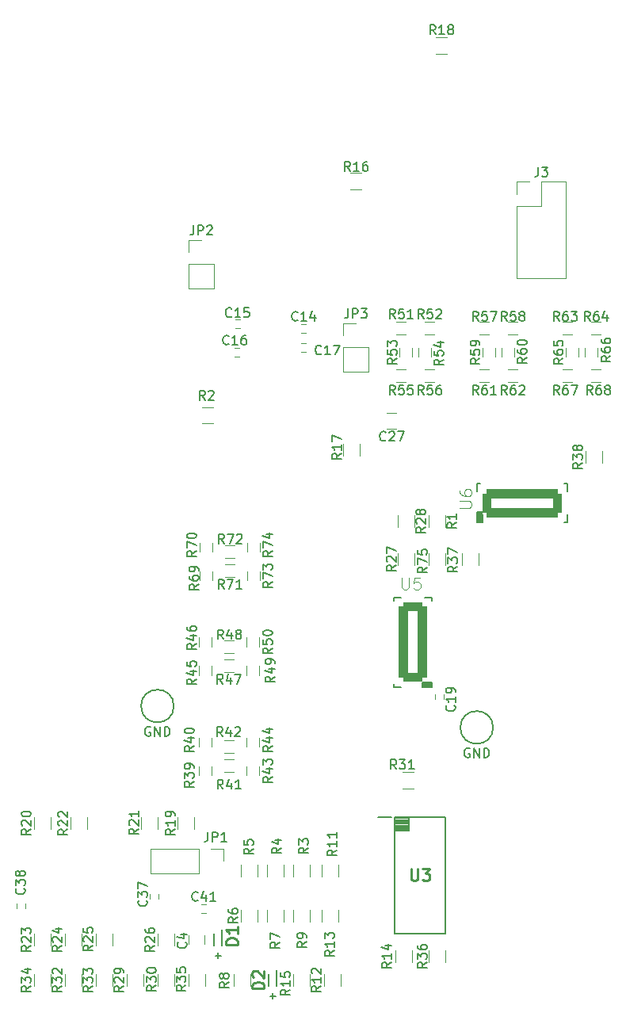
<source format=gbr>
%TF.GenerationSoftware,KiCad,Pcbnew,(6.0.9)*%
%TF.CreationDate,2022-12-19T19:37:01+02:00*%
%TF.ProjectId,FMC_MIPI_v2,464d435f-4d49-4504-995f-76322e6b6963,rev?*%
%TF.SameCoordinates,Original*%
%TF.FileFunction,Legend,Top*%
%TF.FilePolarity,Positive*%
%FSLAX46Y46*%
G04 Gerber Fmt 4.6, Leading zero omitted, Abs format (unit mm)*
G04 Created by KiCad (PCBNEW (6.0.9)) date 2022-12-19 19:37:01*
%MOMM*%
%LPD*%
G01*
G04 APERTURE LIST*
G04 Aperture macros list*
%AMRoundRect*
0 Rectangle with rounded corners*
0 $1 Rounding radius*
0 $2 $3 $4 $5 $6 $7 $8 $9 X,Y pos of 4 corners*
0 Add a 4 corners polygon primitive as box body*
4,1,4,$2,$3,$4,$5,$6,$7,$8,$9,$2,$3,0*
0 Add four circle primitives for the rounded corners*
1,1,$1+$1,$2,$3*
1,1,$1+$1,$4,$5*
1,1,$1+$1,$6,$7*
1,1,$1+$1,$8,$9*
0 Add four rect primitives between the rounded corners*
20,1,$1+$1,$2,$3,$4,$5,0*
20,1,$1+$1,$4,$5,$6,$7,0*
20,1,$1+$1,$6,$7,$8,$9,0*
20,1,$1+$1,$8,$9,$2,$3,0*%
G04 Aperture macros list end*
%ADD10C,0.254000*%
%ADD11C,0.076200*%
%ADD12C,0.150000*%
%ADD13C,0.200000*%
%ADD14C,0.152400*%
%ADD15C,0.120000*%
%ADD16R,1.475000X0.300000*%
%ADD17R,0.420000X0.750000*%
%ADD18R,0.299720X0.848360*%
%ADD19R,0.848360X0.299720*%
%ADD20RoundRect,0.500000X3.774440X-1.024890X3.774440X1.024890X-3.774440X1.024890X-3.774440X-1.024890X0*%
%ADD21R,0.900000X0.500000*%
%ADD22R,0.500000X0.900000*%
%ADD23R,1.300000X0.700000*%
%ADD24R,0.700000X1.300000*%
%ADD25R,1.000000X1.250000*%
%ADD26RoundRect,0.500000X1.024890X3.774440X-1.024890X3.774440X-1.024890X-3.774440X1.024890X-3.774440X0*%
%ADD27R,0.500000X0.600000*%
%ADD28R,1.700000X1.700000*%
%ADD29O,1.700000X1.700000*%
%ADD30R,1.250000X1.000000*%
%ADD31R,0.600000X0.500000*%
%ADD32C,2.800000*%
%ADD33C,1.018540*%
%ADD34C,2.565400*%
%ADD35C,1.270000*%
G04 APERTURE END LIST*
D10*
%TO.C,U3*%
X134414380Y-124526523D02*
X134414380Y-125554619D01*
X134474857Y-125675571D01*
X134535333Y-125736047D01*
X134656285Y-125796523D01*
X134898190Y-125796523D01*
X135019142Y-125736047D01*
X135079619Y-125675571D01*
X135140095Y-125554619D01*
X135140095Y-124526523D01*
X135623904Y-124526523D02*
X136410095Y-124526523D01*
X135986761Y-125010333D01*
X136168190Y-125010333D01*
X136289142Y-125070809D01*
X136349619Y-125131285D01*
X136410095Y-125252238D01*
X136410095Y-125554619D01*
X136349619Y-125675571D01*
X136289142Y-125736047D01*
X136168190Y-125796523D01*
X135805333Y-125796523D01*
X135684380Y-125736047D01*
X135623904Y-125675571D01*
%TO.C,D2*%
X118708523Y-137335380D02*
X117438523Y-137335380D01*
X117438523Y-137033000D01*
X117499000Y-136851571D01*
X117619952Y-136730619D01*
X117740904Y-136670142D01*
X117982809Y-136609666D01*
X118164238Y-136609666D01*
X118406142Y-136670142D01*
X118527095Y-136730619D01*
X118648047Y-136851571D01*
X118708523Y-137033000D01*
X118708523Y-137335380D01*
X117559476Y-136125857D02*
X117499000Y-136065380D01*
X117438523Y-135944428D01*
X117438523Y-135642047D01*
X117499000Y-135521095D01*
X117559476Y-135460619D01*
X117680428Y-135400142D01*
X117801380Y-135400142D01*
X117982809Y-135460619D01*
X118708523Y-136186333D01*
X118708523Y-135400142D01*
%TO.C,D1*%
X115890523Y-132636380D02*
X114620523Y-132636380D01*
X114620523Y-132334000D01*
X114681000Y-132152571D01*
X114801952Y-132031619D01*
X114922904Y-131971142D01*
X115164809Y-131910666D01*
X115346238Y-131910666D01*
X115588142Y-131971142D01*
X115709095Y-132031619D01*
X115830047Y-132152571D01*
X115890523Y-132334000D01*
X115890523Y-132636380D01*
X115890523Y-130701142D02*
X115890523Y-131426857D01*
X115890523Y-131064000D02*
X114620523Y-131064000D01*
X114801952Y-131184952D01*
X114922904Y-131305904D01*
X114983380Y-131426857D01*
D11*
%TO.C,U6*%
X139614123Y-85956019D02*
X140642219Y-85956019D01*
X140763171Y-85895542D01*
X140823647Y-85835066D01*
X140884123Y-85714114D01*
X140884123Y-85472209D01*
X140823647Y-85351257D01*
X140763171Y-85290780D01*
X140642219Y-85230304D01*
X139614123Y-85230304D01*
X139614123Y-84081257D02*
X139614123Y-84323161D01*
X139674600Y-84444114D01*
X139735076Y-84504590D01*
X139916504Y-84625542D01*
X140158409Y-84686019D01*
X140642219Y-84686019D01*
X140763171Y-84625542D01*
X140823647Y-84565066D01*
X140884123Y-84444114D01*
X140884123Y-84202209D01*
X140823647Y-84081257D01*
X140763171Y-84020780D01*
X140642219Y-83960304D01*
X140339838Y-83960304D01*
X140218885Y-84020780D01*
X140158409Y-84081257D01*
X140097933Y-84202209D01*
X140097933Y-84444114D01*
X140158409Y-84565066D01*
X140218885Y-84625542D01*
X140339838Y-84686019D01*
D12*
%TO.C,R54*%
X137866380Y-70111857D02*
X137390190Y-70445190D01*
X137866380Y-70683285D02*
X136866380Y-70683285D01*
X136866380Y-70302333D01*
X136914000Y-70207095D01*
X136961619Y-70159476D01*
X137056857Y-70111857D01*
X137199714Y-70111857D01*
X137294952Y-70159476D01*
X137342571Y-70207095D01*
X137390190Y-70302333D01*
X137390190Y-70683285D01*
X136866380Y-69207095D02*
X136866380Y-69683285D01*
X137342571Y-69730904D01*
X137294952Y-69683285D01*
X137247333Y-69588047D01*
X137247333Y-69349952D01*
X137294952Y-69254714D01*
X137342571Y-69207095D01*
X137437809Y-69159476D01*
X137675904Y-69159476D01*
X137771142Y-69207095D01*
X137818761Y-69254714D01*
X137866380Y-69349952D01*
X137866380Y-69588047D01*
X137818761Y-69683285D01*
X137771142Y-69730904D01*
X137199714Y-68302333D02*
X137866380Y-68302333D01*
X136818761Y-68540428D02*
X137533047Y-68778523D01*
X137533047Y-68159476D01*
%TO.C,R52*%
X135755142Y-65730380D02*
X135421809Y-65254190D01*
X135183714Y-65730380D02*
X135183714Y-64730380D01*
X135564666Y-64730380D01*
X135659904Y-64778000D01*
X135707523Y-64825619D01*
X135755142Y-64920857D01*
X135755142Y-65063714D01*
X135707523Y-65158952D01*
X135659904Y-65206571D01*
X135564666Y-65254190D01*
X135183714Y-65254190D01*
X136659904Y-64730380D02*
X136183714Y-64730380D01*
X136136095Y-65206571D01*
X136183714Y-65158952D01*
X136278952Y-65111333D01*
X136517047Y-65111333D01*
X136612285Y-65158952D01*
X136659904Y-65206571D01*
X136707523Y-65301809D01*
X136707523Y-65539904D01*
X136659904Y-65635142D01*
X136612285Y-65682761D01*
X136517047Y-65730380D01*
X136278952Y-65730380D01*
X136183714Y-65682761D01*
X136136095Y-65635142D01*
X137088476Y-64825619D02*
X137136095Y-64778000D01*
X137231333Y-64730380D01*
X137469428Y-64730380D01*
X137564666Y-64778000D01*
X137612285Y-64825619D01*
X137659904Y-64920857D01*
X137659904Y-65016095D01*
X137612285Y-65158952D01*
X137040857Y-65730380D01*
X137659904Y-65730380D01*
%TO.C,R48*%
X114368342Y-99985780D02*
X114035009Y-99509590D01*
X113796914Y-99985780D02*
X113796914Y-98985780D01*
X114177866Y-98985780D01*
X114273104Y-99033400D01*
X114320723Y-99081019D01*
X114368342Y-99176257D01*
X114368342Y-99319114D01*
X114320723Y-99414352D01*
X114273104Y-99461971D01*
X114177866Y-99509590D01*
X113796914Y-99509590D01*
X115225485Y-99319114D02*
X115225485Y-99985780D01*
X114987390Y-98938161D02*
X114749295Y-99652447D01*
X115368342Y-99652447D01*
X115892152Y-99414352D02*
X115796914Y-99366733D01*
X115749295Y-99319114D01*
X115701676Y-99223876D01*
X115701676Y-99176257D01*
X115749295Y-99081019D01*
X115796914Y-99033400D01*
X115892152Y-98985780D01*
X116082628Y-98985780D01*
X116177866Y-99033400D01*
X116225485Y-99081019D01*
X116273104Y-99176257D01*
X116273104Y-99223876D01*
X116225485Y-99319114D01*
X116177866Y-99366733D01*
X116082628Y-99414352D01*
X115892152Y-99414352D01*
X115796914Y-99461971D01*
X115749295Y-99509590D01*
X115701676Y-99604828D01*
X115701676Y-99795304D01*
X115749295Y-99890542D01*
X115796914Y-99938161D01*
X115892152Y-99985780D01*
X116082628Y-99985780D01*
X116177866Y-99938161D01*
X116225485Y-99890542D01*
X116273104Y-99795304D01*
X116273104Y-99604828D01*
X116225485Y-99509590D01*
X116177866Y-99461971D01*
X116082628Y-99414352D01*
%TO.C,R51*%
X132707142Y-65730380D02*
X132373809Y-65254190D01*
X132135714Y-65730380D02*
X132135714Y-64730380D01*
X132516666Y-64730380D01*
X132611904Y-64778000D01*
X132659523Y-64825619D01*
X132707142Y-64920857D01*
X132707142Y-65063714D01*
X132659523Y-65158952D01*
X132611904Y-65206571D01*
X132516666Y-65254190D01*
X132135714Y-65254190D01*
X133611904Y-64730380D02*
X133135714Y-64730380D01*
X133088095Y-65206571D01*
X133135714Y-65158952D01*
X133230952Y-65111333D01*
X133469047Y-65111333D01*
X133564285Y-65158952D01*
X133611904Y-65206571D01*
X133659523Y-65301809D01*
X133659523Y-65539904D01*
X133611904Y-65635142D01*
X133564285Y-65682761D01*
X133469047Y-65730380D01*
X133230952Y-65730380D01*
X133135714Y-65682761D01*
X133088095Y-65635142D01*
X134611904Y-65730380D02*
X134040476Y-65730380D01*
X134326190Y-65730380D02*
X134326190Y-64730380D01*
X134230952Y-64873238D01*
X134135714Y-64968476D01*
X134040476Y-65016095D01*
%TO.C,R53*%
X132887980Y-69984857D02*
X132411790Y-70318190D01*
X132887980Y-70556285D02*
X131887980Y-70556285D01*
X131887980Y-70175333D01*
X131935600Y-70080095D01*
X131983219Y-70032476D01*
X132078457Y-69984857D01*
X132221314Y-69984857D01*
X132316552Y-70032476D01*
X132364171Y-70080095D01*
X132411790Y-70175333D01*
X132411790Y-70556285D01*
X131887980Y-69080095D02*
X131887980Y-69556285D01*
X132364171Y-69603904D01*
X132316552Y-69556285D01*
X132268933Y-69461047D01*
X132268933Y-69222952D01*
X132316552Y-69127714D01*
X132364171Y-69080095D01*
X132459409Y-69032476D01*
X132697504Y-69032476D01*
X132792742Y-69080095D01*
X132840361Y-69127714D01*
X132887980Y-69222952D01*
X132887980Y-69461047D01*
X132840361Y-69556285D01*
X132792742Y-69603904D01*
X131887980Y-68699142D02*
X131887980Y-68080095D01*
X132268933Y-68413428D01*
X132268933Y-68270571D01*
X132316552Y-68175333D01*
X132364171Y-68127714D01*
X132459409Y-68080095D01*
X132697504Y-68080095D01*
X132792742Y-68127714D01*
X132840361Y-68175333D01*
X132887980Y-68270571D01*
X132887980Y-68556285D01*
X132840361Y-68651523D01*
X132792742Y-68699142D01*
%TO.C,R47*%
X114292142Y-104746980D02*
X113958809Y-104270790D01*
X113720714Y-104746980D02*
X113720714Y-103746980D01*
X114101666Y-103746980D01*
X114196904Y-103794600D01*
X114244523Y-103842219D01*
X114292142Y-103937457D01*
X114292142Y-104080314D01*
X114244523Y-104175552D01*
X114196904Y-104223171D01*
X114101666Y-104270790D01*
X113720714Y-104270790D01*
X115149285Y-104080314D02*
X115149285Y-104746980D01*
X114911190Y-103699361D02*
X114673095Y-104413647D01*
X115292142Y-104413647D01*
X115577857Y-103746980D02*
X116244523Y-103746980D01*
X115815952Y-104746980D01*
%TO.C,R45*%
X111450380Y-104249457D02*
X110974190Y-104582790D01*
X111450380Y-104820885D02*
X110450380Y-104820885D01*
X110450380Y-104439933D01*
X110498000Y-104344695D01*
X110545619Y-104297076D01*
X110640857Y-104249457D01*
X110783714Y-104249457D01*
X110878952Y-104297076D01*
X110926571Y-104344695D01*
X110974190Y-104439933D01*
X110974190Y-104820885D01*
X110783714Y-103392314D02*
X111450380Y-103392314D01*
X110402761Y-103630409D02*
X111117047Y-103868504D01*
X111117047Y-103249457D01*
X110450380Y-102392314D02*
X110450380Y-102868504D01*
X110926571Y-102916123D01*
X110878952Y-102868504D01*
X110831333Y-102773266D01*
X110831333Y-102535171D01*
X110878952Y-102439933D01*
X110926571Y-102392314D01*
X111021809Y-102344695D01*
X111259904Y-102344695D01*
X111355142Y-102392314D01*
X111402761Y-102439933D01*
X111450380Y-102535171D01*
X111450380Y-102773266D01*
X111402761Y-102868504D01*
X111355142Y-102916123D01*
%TO.C,R46*%
X111450380Y-100464857D02*
X110974190Y-100798190D01*
X111450380Y-101036285D02*
X110450380Y-101036285D01*
X110450380Y-100655333D01*
X110498000Y-100560095D01*
X110545619Y-100512476D01*
X110640857Y-100464857D01*
X110783714Y-100464857D01*
X110878952Y-100512476D01*
X110926571Y-100560095D01*
X110974190Y-100655333D01*
X110974190Y-101036285D01*
X110783714Y-99607714D02*
X111450380Y-99607714D01*
X110402761Y-99845809D02*
X111117047Y-100083904D01*
X111117047Y-99464857D01*
X110450380Y-98655333D02*
X110450380Y-98845809D01*
X110498000Y-98941047D01*
X110545619Y-98988666D01*
X110688476Y-99083904D01*
X110878952Y-99131523D01*
X111259904Y-99131523D01*
X111355142Y-99083904D01*
X111402761Y-99036285D01*
X111450380Y-98941047D01*
X111450380Y-98750571D01*
X111402761Y-98655333D01*
X111355142Y-98607714D01*
X111259904Y-98560095D01*
X111021809Y-98560095D01*
X110926571Y-98607714D01*
X110878952Y-98655333D01*
X110831333Y-98750571D01*
X110831333Y-98941047D01*
X110878952Y-99036285D01*
X110926571Y-99083904D01*
X111021809Y-99131523D01*
%TO.C,R1*%
X139262380Y-87542666D02*
X138786190Y-87876000D01*
X139262380Y-88114095D02*
X138262380Y-88114095D01*
X138262380Y-87733142D01*
X138310000Y-87637904D01*
X138357619Y-87590285D01*
X138452857Y-87542666D01*
X138595714Y-87542666D01*
X138690952Y-87590285D01*
X138738571Y-87637904D01*
X138786190Y-87733142D01*
X138786190Y-88114095D01*
X139262380Y-86590285D02*
X139262380Y-87161714D01*
X139262380Y-86876000D02*
X138262380Y-86876000D01*
X138405238Y-86971238D01*
X138500476Y-87066476D01*
X138548095Y-87161714D01*
%TO.C,R38*%
X152726380Y-81160857D02*
X152250190Y-81494190D01*
X152726380Y-81732285D02*
X151726380Y-81732285D01*
X151726380Y-81351333D01*
X151774000Y-81256095D01*
X151821619Y-81208476D01*
X151916857Y-81160857D01*
X152059714Y-81160857D01*
X152154952Y-81208476D01*
X152202571Y-81256095D01*
X152250190Y-81351333D01*
X152250190Y-81732285D01*
X151726380Y-80827523D02*
X151726380Y-80208476D01*
X152107333Y-80541809D01*
X152107333Y-80398952D01*
X152154952Y-80303714D01*
X152202571Y-80256095D01*
X152297809Y-80208476D01*
X152535904Y-80208476D01*
X152631142Y-80256095D01*
X152678761Y-80303714D01*
X152726380Y-80398952D01*
X152726380Y-80684666D01*
X152678761Y-80779904D01*
X152631142Y-80827523D01*
X152154952Y-79637047D02*
X152107333Y-79732285D01*
X152059714Y-79779904D01*
X151964476Y-79827523D01*
X151916857Y-79827523D01*
X151821619Y-79779904D01*
X151774000Y-79732285D01*
X151726380Y-79637047D01*
X151726380Y-79446571D01*
X151774000Y-79351333D01*
X151821619Y-79303714D01*
X151916857Y-79256095D01*
X151964476Y-79256095D01*
X152059714Y-79303714D01*
X152107333Y-79351333D01*
X152154952Y-79446571D01*
X152154952Y-79637047D01*
X152202571Y-79732285D01*
X152250190Y-79779904D01*
X152345428Y-79827523D01*
X152535904Y-79827523D01*
X152631142Y-79779904D01*
X152678761Y-79732285D01*
X152726380Y-79637047D01*
X152726380Y-79446571D01*
X152678761Y-79351333D01*
X152631142Y-79303714D01*
X152535904Y-79256095D01*
X152345428Y-79256095D01*
X152250190Y-79303714D01*
X152202571Y-79351333D01*
X152154952Y-79446571D01*
%TO.C,R63*%
X150233142Y-65984380D02*
X149899809Y-65508190D01*
X149661714Y-65984380D02*
X149661714Y-64984380D01*
X150042666Y-64984380D01*
X150137904Y-65032000D01*
X150185523Y-65079619D01*
X150233142Y-65174857D01*
X150233142Y-65317714D01*
X150185523Y-65412952D01*
X150137904Y-65460571D01*
X150042666Y-65508190D01*
X149661714Y-65508190D01*
X151090285Y-64984380D02*
X150899809Y-64984380D01*
X150804571Y-65032000D01*
X150756952Y-65079619D01*
X150661714Y-65222476D01*
X150614095Y-65412952D01*
X150614095Y-65793904D01*
X150661714Y-65889142D01*
X150709333Y-65936761D01*
X150804571Y-65984380D01*
X150995047Y-65984380D01*
X151090285Y-65936761D01*
X151137904Y-65889142D01*
X151185523Y-65793904D01*
X151185523Y-65555809D01*
X151137904Y-65460571D01*
X151090285Y-65412952D01*
X150995047Y-65365333D01*
X150804571Y-65365333D01*
X150709333Y-65412952D01*
X150661714Y-65460571D01*
X150614095Y-65555809D01*
X151518857Y-64984380D02*
X152137904Y-64984380D01*
X151804571Y-65365333D01*
X151947428Y-65365333D01*
X152042666Y-65412952D01*
X152090285Y-65460571D01*
X152137904Y-65555809D01*
X152137904Y-65793904D01*
X152090285Y-65889142D01*
X152042666Y-65936761D01*
X151947428Y-65984380D01*
X151661714Y-65984380D01*
X151566476Y-65936761D01*
X151518857Y-65889142D01*
%TO.C,R64*%
X153535142Y-65984380D02*
X153201809Y-65508190D01*
X152963714Y-65984380D02*
X152963714Y-64984380D01*
X153344666Y-64984380D01*
X153439904Y-65032000D01*
X153487523Y-65079619D01*
X153535142Y-65174857D01*
X153535142Y-65317714D01*
X153487523Y-65412952D01*
X153439904Y-65460571D01*
X153344666Y-65508190D01*
X152963714Y-65508190D01*
X154392285Y-64984380D02*
X154201809Y-64984380D01*
X154106571Y-65032000D01*
X154058952Y-65079619D01*
X153963714Y-65222476D01*
X153916095Y-65412952D01*
X153916095Y-65793904D01*
X153963714Y-65889142D01*
X154011333Y-65936761D01*
X154106571Y-65984380D01*
X154297047Y-65984380D01*
X154392285Y-65936761D01*
X154439904Y-65889142D01*
X154487523Y-65793904D01*
X154487523Y-65555809D01*
X154439904Y-65460571D01*
X154392285Y-65412952D01*
X154297047Y-65365333D01*
X154106571Y-65365333D01*
X154011333Y-65412952D01*
X153963714Y-65460571D01*
X153916095Y-65555809D01*
X155344666Y-65317714D02*
X155344666Y-65984380D01*
X155106571Y-64936761D02*
X154868476Y-65651047D01*
X155487523Y-65651047D01*
%TO.C,R65*%
X150640380Y-69984857D02*
X150164190Y-70318190D01*
X150640380Y-70556285D02*
X149640380Y-70556285D01*
X149640380Y-70175333D01*
X149688000Y-70080095D01*
X149735619Y-70032476D01*
X149830857Y-69984857D01*
X149973714Y-69984857D01*
X150068952Y-70032476D01*
X150116571Y-70080095D01*
X150164190Y-70175333D01*
X150164190Y-70556285D01*
X149640380Y-69127714D02*
X149640380Y-69318190D01*
X149688000Y-69413428D01*
X149735619Y-69461047D01*
X149878476Y-69556285D01*
X150068952Y-69603904D01*
X150449904Y-69603904D01*
X150545142Y-69556285D01*
X150592761Y-69508666D01*
X150640380Y-69413428D01*
X150640380Y-69222952D01*
X150592761Y-69127714D01*
X150545142Y-69080095D01*
X150449904Y-69032476D01*
X150211809Y-69032476D01*
X150116571Y-69080095D01*
X150068952Y-69127714D01*
X150021333Y-69222952D01*
X150021333Y-69413428D01*
X150068952Y-69508666D01*
X150116571Y-69556285D01*
X150211809Y-69603904D01*
X149640380Y-68127714D02*
X149640380Y-68603904D01*
X150116571Y-68651523D01*
X150068952Y-68603904D01*
X150021333Y-68508666D01*
X150021333Y-68270571D01*
X150068952Y-68175333D01*
X150116571Y-68127714D01*
X150211809Y-68080095D01*
X150449904Y-68080095D01*
X150545142Y-68127714D01*
X150592761Y-68175333D01*
X150640380Y-68270571D01*
X150640380Y-68508666D01*
X150592761Y-68603904D01*
X150545142Y-68651523D01*
%TO.C,R66*%
X155722580Y-69730857D02*
X155246390Y-70064190D01*
X155722580Y-70302285D02*
X154722580Y-70302285D01*
X154722580Y-69921333D01*
X154770200Y-69826095D01*
X154817819Y-69778476D01*
X154913057Y-69730857D01*
X155055914Y-69730857D01*
X155151152Y-69778476D01*
X155198771Y-69826095D01*
X155246390Y-69921333D01*
X155246390Y-70302285D01*
X154722580Y-68873714D02*
X154722580Y-69064190D01*
X154770200Y-69159428D01*
X154817819Y-69207047D01*
X154960676Y-69302285D01*
X155151152Y-69349904D01*
X155532104Y-69349904D01*
X155627342Y-69302285D01*
X155674961Y-69254666D01*
X155722580Y-69159428D01*
X155722580Y-68968952D01*
X155674961Y-68873714D01*
X155627342Y-68826095D01*
X155532104Y-68778476D01*
X155294009Y-68778476D01*
X155198771Y-68826095D01*
X155151152Y-68873714D01*
X155103533Y-68968952D01*
X155103533Y-69159428D01*
X155151152Y-69254666D01*
X155198771Y-69302285D01*
X155294009Y-69349904D01*
X154722580Y-67921333D02*
X154722580Y-68111809D01*
X154770200Y-68207047D01*
X154817819Y-68254666D01*
X154960676Y-68349904D01*
X155151152Y-68397523D01*
X155532104Y-68397523D01*
X155627342Y-68349904D01*
X155674961Y-68302285D01*
X155722580Y-68207047D01*
X155722580Y-68016571D01*
X155674961Y-67921333D01*
X155627342Y-67873714D01*
X155532104Y-67826095D01*
X155294009Y-67826095D01*
X155198771Y-67873714D01*
X155151152Y-67921333D01*
X155103533Y-68016571D01*
X155103533Y-68207047D01*
X155151152Y-68302285D01*
X155198771Y-68349904D01*
X155294009Y-68397523D01*
%TO.C,R5*%
X117546380Y-122366066D02*
X117070190Y-122699400D01*
X117546380Y-122937495D02*
X116546380Y-122937495D01*
X116546380Y-122556542D01*
X116594000Y-122461304D01*
X116641619Y-122413685D01*
X116736857Y-122366066D01*
X116879714Y-122366066D01*
X116974952Y-122413685D01*
X117022571Y-122461304D01*
X117070190Y-122556542D01*
X117070190Y-122937495D01*
X116546380Y-121461304D02*
X116546380Y-121937495D01*
X117022571Y-121985114D01*
X116974952Y-121937495D01*
X116927333Y-121842257D01*
X116927333Y-121604161D01*
X116974952Y-121508923D01*
X117022571Y-121461304D01*
X117117809Y-121413685D01*
X117355904Y-121413685D01*
X117451142Y-121461304D01*
X117498761Y-121508923D01*
X117546380Y-121604161D01*
X117546380Y-121842257D01*
X117498761Y-121937495D01*
X117451142Y-121985114D01*
%TO.C,R7*%
X120365780Y-132373666D02*
X119889590Y-132707000D01*
X120365780Y-132945095D02*
X119365780Y-132945095D01*
X119365780Y-132564142D01*
X119413400Y-132468904D01*
X119461019Y-132421285D01*
X119556257Y-132373666D01*
X119699114Y-132373666D01*
X119794352Y-132421285D01*
X119841971Y-132468904D01*
X119889590Y-132564142D01*
X119889590Y-132945095D01*
X119365780Y-132040333D02*
X119365780Y-131373666D01*
X120365780Y-131802238D01*
%TO.C,R14*%
X132278380Y-134500857D02*
X131802190Y-134834190D01*
X132278380Y-135072285D02*
X131278380Y-135072285D01*
X131278380Y-134691333D01*
X131326000Y-134596095D01*
X131373619Y-134548476D01*
X131468857Y-134500857D01*
X131611714Y-134500857D01*
X131706952Y-134548476D01*
X131754571Y-134596095D01*
X131802190Y-134691333D01*
X131802190Y-135072285D01*
X132278380Y-133548476D02*
X132278380Y-134119904D01*
X132278380Y-133834190D02*
X131278380Y-133834190D01*
X131421238Y-133929428D01*
X131516476Y-134024666D01*
X131564095Y-134119904D01*
X131611714Y-132691333D02*
X132278380Y-132691333D01*
X131230761Y-132929428D02*
X131945047Y-133167523D01*
X131945047Y-132548476D01*
%TO.C,R18*%
X137025142Y-35378380D02*
X136691809Y-34902190D01*
X136453714Y-35378380D02*
X136453714Y-34378380D01*
X136834666Y-34378380D01*
X136929904Y-34426000D01*
X136977523Y-34473619D01*
X137025142Y-34568857D01*
X137025142Y-34711714D01*
X136977523Y-34806952D01*
X136929904Y-34854571D01*
X136834666Y-34902190D01*
X136453714Y-34902190D01*
X137977523Y-35378380D02*
X137406095Y-35378380D01*
X137691809Y-35378380D02*
X137691809Y-34378380D01*
X137596571Y-34521238D01*
X137501333Y-34616476D01*
X137406095Y-34664095D01*
X138548952Y-34806952D02*
X138453714Y-34759333D01*
X138406095Y-34711714D01*
X138358476Y-34616476D01*
X138358476Y-34568857D01*
X138406095Y-34473619D01*
X138453714Y-34426000D01*
X138548952Y-34378380D01*
X138739428Y-34378380D01*
X138834666Y-34426000D01*
X138882285Y-34473619D01*
X138929904Y-34568857D01*
X138929904Y-34616476D01*
X138882285Y-34711714D01*
X138834666Y-34759333D01*
X138739428Y-34806952D01*
X138548952Y-34806952D01*
X138453714Y-34854571D01*
X138406095Y-34902190D01*
X138358476Y-34997428D01*
X138358476Y-35187904D01*
X138406095Y-35283142D01*
X138453714Y-35330761D01*
X138548952Y-35378380D01*
X138739428Y-35378380D01*
X138834666Y-35330761D01*
X138882285Y-35283142D01*
X138929904Y-35187904D01*
X138929904Y-34997428D01*
X138882285Y-34902190D01*
X138834666Y-34854571D01*
X138739428Y-34806952D01*
%TO.C,R9*%
X123251220Y-132333026D02*
X122775030Y-132666360D01*
X123251220Y-132904455D02*
X122251220Y-132904455D01*
X122251220Y-132523502D01*
X122298840Y-132428264D01*
X122346459Y-132380645D01*
X122441697Y-132333026D01*
X122584554Y-132333026D01*
X122679792Y-132380645D01*
X122727411Y-132428264D01*
X122775030Y-132523502D01*
X122775030Y-132904455D01*
X123251220Y-131856836D02*
X123251220Y-131666360D01*
X123203601Y-131571121D01*
X123155982Y-131523502D01*
X123013125Y-131428264D01*
X122822649Y-131380645D01*
X122441697Y-131380645D01*
X122346459Y-131428264D01*
X122298840Y-131475883D01*
X122251220Y-131571121D01*
X122251220Y-131761598D01*
X122298840Y-131856836D01*
X122346459Y-131904455D01*
X122441697Y-131952074D01*
X122679792Y-131952074D01*
X122775030Y-131904455D01*
X122822649Y-131856836D01*
X122870268Y-131761598D01*
X122870268Y-131571121D01*
X122822649Y-131475883D01*
X122775030Y-131428264D01*
X122679792Y-131380645D01*
%TO.C,R6*%
X115895380Y-129706666D02*
X115419190Y-130040000D01*
X115895380Y-130278095D02*
X114895380Y-130278095D01*
X114895380Y-129897142D01*
X114943000Y-129801904D01*
X114990619Y-129754285D01*
X115085857Y-129706666D01*
X115228714Y-129706666D01*
X115323952Y-129754285D01*
X115371571Y-129801904D01*
X115419190Y-129897142D01*
X115419190Y-130278095D01*
X114895380Y-128849523D02*
X114895380Y-129040000D01*
X114943000Y-129135238D01*
X114990619Y-129182857D01*
X115133476Y-129278095D01*
X115323952Y-129325714D01*
X115704904Y-129325714D01*
X115800142Y-129278095D01*
X115847761Y-129230476D01*
X115895380Y-129135238D01*
X115895380Y-128944761D01*
X115847761Y-128849523D01*
X115800142Y-128801904D01*
X115704904Y-128754285D01*
X115466809Y-128754285D01*
X115371571Y-128801904D01*
X115323952Y-128849523D01*
X115276333Y-128944761D01*
X115276333Y-129135238D01*
X115323952Y-129230476D01*
X115371571Y-129278095D01*
X115466809Y-129325714D01*
%TO.C,R11*%
X126462460Y-122523197D02*
X125986270Y-122856530D01*
X126462460Y-123094625D02*
X125462460Y-123094625D01*
X125462460Y-122713673D01*
X125510080Y-122618435D01*
X125557699Y-122570816D01*
X125652937Y-122523197D01*
X125795794Y-122523197D01*
X125891032Y-122570816D01*
X125938651Y-122618435D01*
X125986270Y-122713673D01*
X125986270Y-123094625D01*
X126462460Y-121570816D02*
X126462460Y-122142244D01*
X126462460Y-121856530D02*
X125462460Y-121856530D01*
X125605318Y-121951768D01*
X125700556Y-122047006D01*
X125748175Y-122142244D01*
X126462460Y-120618435D02*
X126462460Y-121189863D01*
X126462460Y-120904149D02*
X125462460Y-120904149D01*
X125605318Y-120999387D01*
X125700556Y-121094625D01*
X125748175Y-121189863D01*
%TO.C,R8*%
X114942880Y-136628166D02*
X114466690Y-136961500D01*
X114942880Y-137199595D02*
X113942880Y-137199595D01*
X113942880Y-136818642D01*
X113990500Y-136723404D01*
X114038119Y-136675785D01*
X114133357Y-136628166D01*
X114276214Y-136628166D01*
X114371452Y-136675785D01*
X114419071Y-136723404D01*
X114466690Y-136818642D01*
X114466690Y-137199595D01*
X114371452Y-136056738D02*
X114323833Y-136151976D01*
X114276214Y-136199595D01*
X114180976Y-136247214D01*
X114133357Y-136247214D01*
X114038119Y-136199595D01*
X113990500Y-136151976D01*
X113942880Y-136056738D01*
X113942880Y-135866261D01*
X113990500Y-135771023D01*
X114038119Y-135723404D01*
X114133357Y-135675785D01*
X114180976Y-135675785D01*
X114276214Y-135723404D01*
X114323833Y-135771023D01*
X114371452Y-135866261D01*
X114371452Y-136056738D01*
X114419071Y-136151976D01*
X114466690Y-136199595D01*
X114561928Y-136247214D01*
X114752404Y-136247214D01*
X114847642Y-136199595D01*
X114895261Y-136151976D01*
X114942880Y-136056738D01*
X114942880Y-135866261D01*
X114895261Y-135771023D01*
X114847642Y-135723404D01*
X114752404Y-135675785D01*
X114561928Y-135675785D01*
X114466690Y-135723404D01*
X114419071Y-135771023D01*
X114371452Y-135866261D01*
%TO.C,C27*%
X131691142Y-78716142D02*
X131643523Y-78763761D01*
X131500666Y-78811380D01*
X131405428Y-78811380D01*
X131262571Y-78763761D01*
X131167333Y-78668523D01*
X131119714Y-78573285D01*
X131072095Y-78382809D01*
X131072095Y-78239952D01*
X131119714Y-78049476D01*
X131167333Y-77954238D01*
X131262571Y-77859000D01*
X131405428Y-77811380D01*
X131500666Y-77811380D01*
X131643523Y-77859000D01*
X131691142Y-77906619D01*
X132072095Y-77906619D02*
X132119714Y-77859000D01*
X132214952Y-77811380D01*
X132453047Y-77811380D01*
X132548285Y-77859000D01*
X132595904Y-77906619D01*
X132643523Y-78001857D01*
X132643523Y-78097095D01*
X132595904Y-78239952D01*
X132024476Y-78811380D01*
X132643523Y-78811380D01*
X132976857Y-77811380D02*
X133643523Y-77811380D01*
X133214952Y-78811380D01*
%TO.C,R17*%
X126944380Y-80144857D02*
X126468190Y-80478190D01*
X126944380Y-80716285D02*
X125944380Y-80716285D01*
X125944380Y-80335333D01*
X125992000Y-80240095D01*
X126039619Y-80192476D01*
X126134857Y-80144857D01*
X126277714Y-80144857D01*
X126372952Y-80192476D01*
X126420571Y-80240095D01*
X126468190Y-80335333D01*
X126468190Y-80716285D01*
X126944380Y-79192476D02*
X126944380Y-79763904D01*
X126944380Y-79478190D02*
X125944380Y-79478190D01*
X126087238Y-79573428D01*
X126182476Y-79668666D01*
X126230095Y-79763904D01*
X125944380Y-78859142D02*
X125944380Y-78192476D01*
X126944380Y-78621047D01*
%TO.C,R27*%
X132786380Y-92082857D02*
X132310190Y-92416190D01*
X132786380Y-92654285D02*
X131786380Y-92654285D01*
X131786380Y-92273333D01*
X131834000Y-92178095D01*
X131881619Y-92130476D01*
X131976857Y-92082857D01*
X132119714Y-92082857D01*
X132214952Y-92130476D01*
X132262571Y-92178095D01*
X132310190Y-92273333D01*
X132310190Y-92654285D01*
X131881619Y-91701904D02*
X131834000Y-91654285D01*
X131786380Y-91559047D01*
X131786380Y-91320952D01*
X131834000Y-91225714D01*
X131881619Y-91178095D01*
X131976857Y-91130476D01*
X132072095Y-91130476D01*
X132214952Y-91178095D01*
X132786380Y-91749523D01*
X132786380Y-91130476D01*
X131786380Y-90797142D02*
X131786380Y-90130476D01*
X132786380Y-90559047D01*
%TO.C,R58*%
X144645142Y-65984380D02*
X144311809Y-65508190D01*
X144073714Y-65984380D02*
X144073714Y-64984380D01*
X144454666Y-64984380D01*
X144549904Y-65032000D01*
X144597523Y-65079619D01*
X144645142Y-65174857D01*
X144645142Y-65317714D01*
X144597523Y-65412952D01*
X144549904Y-65460571D01*
X144454666Y-65508190D01*
X144073714Y-65508190D01*
X145549904Y-64984380D02*
X145073714Y-64984380D01*
X145026095Y-65460571D01*
X145073714Y-65412952D01*
X145168952Y-65365333D01*
X145407047Y-65365333D01*
X145502285Y-65412952D01*
X145549904Y-65460571D01*
X145597523Y-65555809D01*
X145597523Y-65793904D01*
X145549904Y-65889142D01*
X145502285Y-65936761D01*
X145407047Y-65984380D01*
X145168952Y-65984380D01*
X145073714Y-65936761D01*
X145026095Y-65889142D01*
X146168952Y-65412952D02*
X146073714Y-65365333D01*
X146026095Y-65317714D01*
X145978476Y-65222476D01*
X145978476Y-65174857D01*
X146026095Y-65079619D01*
X146073714Y-65032000D01*
X146168952Y-64984380D01*
X146359428Y-64984380D01*
X146454666Y-65032000D01*
X146502285Y-65079619D01*
X146549904Y-65174857D01*
X146549904Y-65222476D01*
X146502285Y-65317714D01*
X146454666Y-65365333D01*
X146359428Y-65412952D01*
X146168952Y-65412952D01*
X146073714Y-65460571D01*
X146026095Y-65508190D01*
X145978476Y-65603428D01*
X145978476Y-65793904D01*
X146026095Y-65889142D01*
X146073714Y-65936761D01*
X146168952Y-65984380D01*
X146359428Y-65984380D01*
X146454666Y-65936761D01*
X146502285Y-65889142D01*
X146549904Y-65793904D01*
X146549904Y-65603428D01*
X146502285Y-65508190D01*
X146454666Y-65460571D01*
X146359428Y-65412952D01*
%TO.C,R57*%
X141597142Y-65984380D02*
X141263809Y-65508190D01*
X141025714Y-65984380D02*
X141025714Y-64984380D01*
X141406666Y-64984380D01*
X141501904Y-65032000D01*
X141549523Y-65079619D01*
X141597142Y-65174857D01*
X141597142Y-65317714D01*
X141549523Y-65412952D01*
X141501904Y-65460571D01*
X141406666Y-65508190D01*
X141025714Y-65508190D01*
X142501904Y-64984380D02*
X142025714Y-64984380D01*
X141978095Y-65460571D01*
X142025714Y-65412952D01*
X142120952Y-65365333D01*
X142359047Y-65365333D01*
X142454285Y-65412952D01*
X142501904Y-65460571D01*
X142549523Y-65555809D01*
X142549523Y-65793904D01*
X142501904Y-65889142D01*
X142454285Y-65936761D01*
X142359047Y-65984380D01*
X142120952Y-65984380D01*
X142025714Y-65936761D01*
X141978095Y-65889142D01*
X142882857Y-64984380D02*
X143549523Y-64984380D01*
X143120952Y-65984380D01*
%TO.C,R60*%
X146756380Y-69908657D02*
X146280190Y-70241990D01*
X146756380Y-70480085D02*
X145756380Y-70480085D01*
X145756380Y-70099133D01*
X145804000Y-70003895D01*
X145851619Y-69956276D01*
X145946857Y-69908657D01*
X146089714Y-69908657D01*
X146184952Y-69956276D01*
X146232571Y-70003895D01*
X146280190Y-70099133D01*
X146280190Y-70480085D01*
X145756380Y-69051514D02*
X145756380Y-69241990D01*
X145804000Y-69337228D01*
X145851619Y-69384847D01*
X145994476Y-69480085D01*
X146184952Y-69527704D01*
X146565904Y-69527704D01*
X146661142Y-69480085D01*
X146708761Y-69432466D01*
X146756380Y-69337228D01*
X146756380Y-69146752D01*
X146708761Y-69051514D01*
X146661142Y-69003895D01*
X146565904Y-68956276D01*
X146327809Y-68956276D01*
X146232571Y-69003895D01*
X146184952Y-69051514D01*
X146137333Y-69146752D01*
X146137333Y-69337228D01*
X146184952Y-69432466D01*
X146232571Y-69480085D01*
X146327809Y-69527704D01*
X145756380Y-68337228D02*
X145756380Y-68241990D01*
X145804000Y-68146752D01*
X145851619Y-68099133D01*
X145946857Y-68051514D01*
X146137333Y-68003895D01*
X146375428Y-68003895D01*
X146565904Y-68051514D01*
X146661142Y-68099133D01*
X146708761Y-68146752D01*
X146756380Y-68241990D01*
X146756380Y-68337228D01*
X146708761Y-68432466D01*
X146661142Y-68480085D01*
X146565904Y-68527704D01*
X146375428Y-68575323D01*
X146137333Y-68575323D01*
X145946857Y-68527704D01*
X145851619Y-68480085D01*
X145804000Y-68432466D01*
X145756380Y-68337228D01*
%TO.C,R59*%
X141750380Y-69984857D02*
X141274190Y-70318190D01*
X141750380Y-70556285D02*
X140750380Y-70556285D01*
X140750380Y-70175333D01*
X140798000Y-70080095D01*
X140845619Y-70032476D01*
X140940857Y-69984857D01*
X141083714Y-69984857D01*
X141178952Y-70032476D01*
X141226571Y-70080095D01*
X141274190Y-70175333D01*
X141274190Y-70556285D01*
X140750380Y-69080095D02*
X140750380Y-69556285D01*
X141226571Y-69603904D01*
X141178952Y-69556285D01*
X141131333Y-69461047D01*
X141131333Y-69222952D01*
X141178952Y-69127714D01*
X141226571Y-69080095D01*
X141321809Y-69032476D01*
X141559904Y-69032476D01*
X141655142Y-69080095D01*
X141702761Y-69127714D01*
X141750380Y-69222952D01*
X141750380Y-69461047D01*
X141702761Y-69556285D01*
X141655142Y-69603904D01*
X141750380Y-68556285D02*
X141750380Y-68365809D01*
X141702761Y-68270571D01*
X141655142Y-68222952D01*
X141512285Y-68127714D01*
X141321809Y-68080095D01*
X140940857Y-68080095D01*
X140845619Y-68127714D01*
X140798000Y-68175333D01*
X140750380Y-68270571D01*
X140750380Y-68461047D01*
X140798000Y-68556285D01*
X140845619Y-68603904D01*
X140940857Y-68651523D01*
X141178952Y-68651523D01*
X141274190Y-68603904D01*
X141321809Y-68556285D01*
X141369428Y-68461047D01*
X141369428Y-68270571D01*
X141321809Y-68175333D01*
X141274190Y-68127714D01*
X141178952Y-68080095D01*
D11*
%TO.C,U5*%
X133449180Y-93411523D02*
X133449180Y-94439619D01*
X133509657Y-94560571D01*
X133570133Y-94621047D01*
X133691085Y-94681523D01*
X133932990Y-94681523D01*
X134053942Y-94621047D01*
X134114419Y-94560571D01*
X134174895Y-94439619D01*
X134174895Y-93411523D01*
X135384419Y-93411523D02*
X134779657Y-93411523D01*
X134719180Y-94016285D01*
X134779657Y-93955809D01*
X134900609Y-93895333D01*
X135202990Y-93895333D01*
X135323942Y-93955809D01*
X135384419Y-94016285D01*
X135444895Y-94137238D01*
X135444895Y-94439619D01*
X135384419Y-94560571D01*
X135323942Y-94621047D01*
X135202990Y-94681523D01*
X134900609Y-94681523D01*
X134779657Y-94621047D01*
X134719180Y-94560571D01*
D12*
%TO.C,C19*%
X139041142Y-107068857D02*
X139088761Y-107116476D01*
X139136380Y-107259333D01*
X139136380Y-107354571D01*
X139088761Y-107497428D01*
X138993523Y-107592666D01*
X138898285Y-107640285D01*
X138707809Y-107687904D01*
X138564952Y-107687904D01*
X138374476Y-107640285D01*
X138279238Y-107592666D01*
X138184000Y-107497428D01*
X138136380Y-107354571D01*
X138136380Y-107259333D01*
X138184000Y-107116476D01*
X138231619Y-107068857D01*
X139136380Y-106116476D02*
X139136380Y-106687904D01*
X139136380Y-106402190D02*
X138136380Y-106402190D01*
X138279238Y-106497428D01*
X138374476Y-106592666D01*
X138422095Y-106687904D01*
X139136380Y-105640285D02*
X139136380Y-105449809D01*
X139088761Y-105354571D01*
X139041142Y-105306952D01*
X138898285Y-105211714D01*
X138707809Y-105164095D01*
X138326857Y-105164095D01*
X138231619Y-105211714D01*
X138184000Y-105259333D01*
X138136380Y-105354571D01*
X138136380Y-105545047D01*
X138184000Y-105640285D01*
X138231619Y-105687904D01*
X138326857Y-105735523D01*
X138564952Y-105735523D01*
X138660190Y-105687904D01*
X138707809Y-105640285D01*
X138755428Y-105545047D01*
X138755428Y-105354571D01*
X138707809Y-105259333D01*
X138660190Y-105211714D01*
X138564952Y-105164095D01*
%TO.C,R75*%
X136113780Y-92311457D02*
X135637590Y-92644790D01*
X136113780Y-92882885D02*
X135113780Y-92882885D01*
X135113780Y-92501933D01*
X135161400Y-92406695D01*
X135209019Y-92359076D01*
X135304257Y-92311457D01*
X135447114Y-92311457D01*
X135542352Y-92359076D01*
X135589971Y-92406695D01*
X135637590Y-92501933D01*
X135637590Y-92882885D01*
X135113780Y-91978123D02*
X135113780Y-91311457D01*
X136113780Y-91740028D01*
X135113780Y-90454314D02*
X135113780Y-90930504D01*
X135589971Y-90978123D01*
X135542352Y-90930504D01*
X135494733Y-90835266D01*
X135494733Y-90597171D01*
X135542352Y-90501933D01*
X135589971Y-90454314D01*
X135685209Y-90406695D01*
X135923304Y-90406695D01*
X136018542Y-90454314D01*
X136066161Y-90501933D01*
X136113780Y-90597171D01*
X136113780Y-90835266D01*
X136066161Y-90930504D01*
X136018542Y-90978123D01*
%TO.C,R29*%
X103704380Y-137040857D02*
X103228190Y-137374190D01*
X103704380Y-137612285D02*
X102704380Y-137612285D01*
X102704380Y-137231333D01*
X102752000Y-137136095D01*
X102799619Y-137088476D01*
X102894857Y-137040857D01*
X103037714Y-137040857D01*
X103132952Y-137088476D01*
X103180571Y-137136095D01*
X103228190Y-137231333D01*
X103228190Y-137612285D01*
X102799619Y-136659904D02*
X102752000Y-136612285D01*
X102704380Y-136517047D01*
X102704380Y-136278952D01*
X102752000Y-136183714D01*
X102799619Y-136136095D01*
X102894857Y-136088476D01*
X102990095Y-136088476D01*
X103132952Y-136136095D01*
X103704380Y-136707523D01*
X103704380Y-136088476D01*
X103704380Y-135612285D02*
X103704380Y-135421809D01*
X103656761Y-135326571D01*
X103609142Y-135278952D01*
X103466285Y-135183714D01*
X103275809Y-135136095D01*
X102894857Y-135136095D01*
X102799619Y-135183714D01*
X102752000Y-135231333D01*
X102704380Y-135326571D01*
X102704380Y-135517047D01*
X102752000Y-135612285D01*
X102799619Y-135659904D01*
X102894857Y-135707523D01*
X103132952Y-135707523D01*
X103228190Y-135659904D01*
X103275809Y-135612285D01*
X103323428Y-135517047D01*
X103323428Y-135326571D01*
X103275809Y-135231333D01*
X103228190Y-135183714D01*
X103132952Y-135136095D01*
%TO.C,R30*%
X107157780Y-136990057D02*
X106681590Y-137323390D01*
X107157780Y-137561485D02*
X106157780Y-137561485D01*
X106157780Y-137180533D01*
X106205400Y-137085295D01*
X106253019Y-137037676D01*
X106348257Y-136990057D01*
X106491114Y-136990057D01*
X106586352Y-137037676D01*
X106633971Y-137085295D01*
X106681590Y-137180533D01*
X106681590Y-137561485D01*
X106157780Y-136656723D02*
X106157780Y-136037676D01*
X106538733Y-136371009D01*
X106538733Y-136228152D01*
X106586352Y-136132914D01*
X106633971Y-136085295D01*
X106729209Y-136037676D01*
X106967304Y-136037676D01*
X107062542Y-136085295D01*
X107110161Y-136132914D01*
X107157780Y-136228152D01*
X107157780Y-136513866D01*
X107110161Y-136609104D01*
X107062542Y-136656723D01*
X106157780Y-135418628D02*
X106157780Y-135323390D01*
X106205400Y-135228152D01*
X106253019Y-135180533D01*
X106348257Y-135132914D01*
X106538733Y-135085295D01*
X106776828Y-135085295D01*
X106967304Y-135132914D01*
X107062542Y-135180533D01*
X107110161Y-135228152D01*
X107157780Y-135323390D01*
X107157780Y-135418628D01*
X107110161Y-135513866D01*
X107062542Y-135561485D01*
X106967304Y-135609104D01*
X106776828Y-135656723D01*
X106538733Y-135656723D01*
X106348257Y-135609104D01*
X106253019Y-135561485D01*
X106205400Y-135513866D01*
X106157780Y-135418628D01*
%TO.C,R32*%
X97100380Y-137040857D02*
X96624190Y-137374190D01*
X97100380Y-137612285D02*
X96100380Y-137612285D01*
X96100380Y-137231333D01*
X96148000Y-137136095D01*
X96195619Y-137088476D01*
X96290857Y-137040857D01*
X96433714Y-137040857D01*
X96528952Y-137088476D01*
X96576571Y-137136095D01*
X96624190Y-137231333D01*
X96624190Y-137612285D01*
X96100380Y-136707523D02*
X96100380Y-136088476D01*
X96481333Y-136421809D01*
X96481333Y-136278952D01*
X96528952Y-136183714D01*
X96576571Y-136136095D01*
X96671809Y-136088476D01*
X96909904Y-136088476D01*
X97005142Y-136136095D01*
X97052761Y-136183714D01*
X97100380Y-136278952D01*
X97100380Y-136564666D01*
X97052761Y-136659904D01*
X97005142Y-136707523D01*
X96195619Y-135707523D02*
X96148000Y-135659904D01*
X96100380Y-135564666D01*
X96100380Y-135326571D01*
X96148000Y-135231333D01*
X96195619Y-135183714D01*
X96290857Y-135136095D01*
X96386095Y-135136095D01*
X96528952Y-135183714D01*
X97100380Y-135755142D01*
X97100380Y-135136095D01*
%TO.C,R33*%
X100402380Y-137040857D02*
X99926190Y-137374190D01*
X100402380Y-137612285D02*
X99402380Y-137612285D01*
X99402380Y-137231333D01*
X99450000Y-137136095D01*
X99497619Y-137088476D01*
X99592857Y-137040857D01*
X99735714Y-137040857D01*
X99830952Y-137088476D01*
X99878571Y-137136095D01*
X99926190Y-137231333D01*
X99926190Y-137612285D01*
X99402380Y-136707523D02*
X99402380Y-136088476D01*
X99783333Y-136421809D01*
X99783333Y-136278952D01*
X99830952Y-136183714D01*
X99878571Y-136136095D01*
X99973809Y-136088476D01*
X100211904Y-136088476D01*
X100307142Y-136136095D01*
X100354761Y-136183714D01*
X100402380Y-136278952D01*
X100402380Y-136564666D01*
X100354761Y-136659904D01*
X100307142Y-136707523D01*
X99402380Y-135755142D02*
X99402380Y-135136095D01*
X99783333Y-135469428D01*
X99783333Y-135326571D01*
X99830952Y-135231333D01*
X99878571Y-135183714D01*
X99973809Y-135136095D01*
X100211904Y-135136095D01*
X100307142Y-135183714D01*
X100354761Y-135231333D01*
X100402380Y-135326571D01*
X100402380Y-135612285D01*
X100354761Y-135707523D01*
X100307142Y-135755142D01*
%TO.C,R34*%
X93798380Y-137040857D02*
X93322190Y-137374190D01*
X93798380Y-137612285D02*
X92798380Y-137612285D01*
X92798380Y-137231333D01*
X92846000Y-137136095D01*
X92893619Y-137088476D01*
X92988857Y-137040857D01*
X93131714Y-137040857D01*
X93226952Y-137088476D01*
X93274571Y-137136095D01*
X93322190Y-137231333D01*
X93322190Y-137612285D01*
X92798380Y-136707523D02*
X92798380Y-136088476D01*
X93179333Y-136421809D01*
X93179333Y-136278952D01*
X93226952Y-136183714D01*
X93274571Y-136136095D01*
X93369809Y-136088476D01*
X93607904Y-136088476D01*
X93703142Y-136136095D01*
X93750761Y-136183714D01*
X93798380Y-136278952D01*
X93798380Y-136564666D01*
X93750761Y-136659904D01*
X93703142Y-136707523D01*
X93131714Y-135231333D02*
X93798380Y-135231333D01*
X92750761Y-135469428D02*
X93465047Y-135707523D01*
X93465047Y-135088476D01*
%TO.C,R35*%
X110332780Y-136939257D02*
X109856590Y-137272590D01*
X110332780Y-137510685D02*
X109332780Y-137510685D01*
X109332780Y-137129733D01*
X109380400Y-137034495D01*
X109428019Y-136986876D01*
X109523257Y-136939257D01*
X109666114Y-136939257D01*
X109761352Y-136986876D01*
X109808971Y-137034495D01*
X109856590Y-137129733D01*
X109856590Y-137510685D01*
X109332780Y-136605923D02*
X109332780Y-135986876D01*
X109713733Y-136320209D01*
X109713733Y-136177352D01*
X109761352Y-136082114D01*
X109808971Y-136034495D01*
X109904209Y-135986876D01*
X110142304Y-135986876D01*
X110237542Y-136034495D01*
X110285161Y-136082114D01*
X110332780Y-136177352D01*
X110332780Y-136463066D01*
X110285161Y-136558304D01*
X110237542Y-136605923D01*
X109332780Y-135082114D02*
X109332780Y-135558304D01*
X109808971Y-135605923D01*
X109761352Y-135558304D01*
X109713733Y-135463066D01*
X109713733Y-135224971D01*
X109761352Y-135129733D01*
X109808971Y-135082114D01*
X109904209Y-135034495D01*
X110142304Y-135034495D01*
X110237542Y-135082114D01*
X110285161Y-135129733D01*
X110332780Y-135224971D01*
X110332780Y-135463066D01*
X110285161Y-135558304D01*
X110237542Y-135605923D01*
%TO.C,R36*%
X136088380Y-134500857D02*
X135612190Y-134834190D01*
X136088380Y-135072285D02*
X135088380Y-135072285D01*
X135088380Y-134691333D01*
X135136000Y-134596095D01*
X135183619Y-134548476D01*
X135278857Y-134500857D01*
X135421714Y-134500857D01*
X135516952Y-134548476D01*
X135564571Y-134596095D01*
X135612190Y-134691333D01*
X135612190Y-135072285D01*
X135088380Y-134167523D02*
X135088380Y-133548476D01*
X135469333Y-133881809D01*
X135469333Y-133738952D01*
X135516952Y-133643714D01*
X135564571Y-133596095D01*
X135659809Y-133548476D01*
X135897904Y-133548476D01*
X135993142Y-133596095D01*
X136040761Y-133643714D01*
X136088380Y-133738952D01*
X136088380Y-134024666D01*
X136040761Y-134119904D01*
X135993142Y-134167523D01*
X135088380Y-132691333D02*
X135088380Y-132881809D01*
X135136000Y-132977047D01*
X135183619Y-133024666D01*
X135326476Y-133119904D01*
X135516952Y-133167523D01*
X135897904Y-133167523D01*
X135993142Y-133119904D01*
X136040761Y-133072285D01*
X136088380Y-132977047D01*
X136088380Y-132786571D01*
X136040761Y-132691333D01*
X135993142Y-132643714D01*
X135897904Y-132596095D01*
X135659809Y-132596095D01*
X135564571Y-132643714D01*
X135516952Y-132691333D01*
X135469333Y-132786571D01*
X135469333Y-132977047D01*
X135516952Y-133072285D01*
X135564571Y-133119904D01*
X135659809Y-133167523D01*
%TO.C,C37*%
X106148142Y-127896857D02*
X106195761Y-127944476D01*
X106243380Y-128087333D01*
X106243380Y-128182571D01*
X106195761Y-128325428D01*
X106100523Y-128420666D01*
X106005285Y-128468285D01*
X105814809Y-128515904D01*
X105671952Y-128515904D01*
X105481476Y-128468285D01*
X105386238Y-128420666D01*
X105291000Y-128325428D01*
X105243380Y-128182571D01*
X105243380Y-128087333D01*
X105291000Y-127944476D01*
X105338619Y-127896857D01*
X105243380Y-127563523D02*
X105243380Y-126944476D01*
X105624333Y-127277809D01*
X105624333Y-127134952D01*
X105671952Y-127039714D01*
X105719571Y-126992095D01*
X105814809Y-126944476D01*
X106052904Y-126944476D01*
X106148142Y-126992095D01*
X106195761Y-127039714D01*
X106243380Y-127134952D01*
X106243380Y-127420666D01*
X106195761Y-127515904D01*
X106148142Y-127563523D01*
X105243380Y-126611142D02*
X105243380Y-125944476D01*
X106243380Y-126373047D01*
%TO.C,R40*%
X111196380Y-111386857D02*
X110720190Y-111720190D01*
X111196380Y-111958285D02*
X110196380Y-111958285D01*
X110196380Y-111577333D01*
X110244000Y-111482095D01*
X110291619Y-111434476D01*
X110386857Y-111386857D01*
X110529714Y-111386857D01*
X110624952Y-111434476D01*
X110672571Y-111482095D01*
X110720190Y-111577333D01*
X110720190Y-111958285D01*
X110529714Y-110529714D02*
X111196380Y-110529714D01*
X110148761Y-110767809D02*
X110863047Y-111005904D01*
X110863047Y-110386857D01*
X110196380Y-109815428D02*
X110196380Y-109720190D01*
X110244000Y-109624952D01*
X110291619Y-109577333D01*
X110386857Y-109529714D01*
X110577333Y-109482095D01*
X110815428Y-109482095D01*
X111005904Y-109529714D01*
X111101142Y-109577333D01*
X111148761Y-109624952D01*
X111196380Y-109720190D01*
X111196380Y-109815428D01*
X111148761Y-109910666D01*
X111101142Y-109958285D01*
X111005904Y-110005904D01*
X110815428Y-110053523D01*
X110577333Y-110053523D01*
X110386857Y-110005904D01*
X110291619Y-109958285D01*
X110244000Y-109910666D01*
X110196380Y-109815428D01*
%TO.C,R42*%
X114266742Y-110383580D02*
X113933409Y-109907390D01*
X113695314Y-110383580D02*
X113695314Y-109383580D01*
X114076266Y-109383580D01*
X114171504Y-109431200D01*
X114219123Y-109478819D01*
X114266742Y-109574057D01*
X114266742Y-109716914D01*
X114219123Y-109812152D01*
X114171504Y-109859771D01*
X114076266Y-109907390D01*
X113695314Y-109907390D01*
X115123885Y-109716914D02*
X115123885Y-110383580D01*
X114885790Y-109335961D02*
X114647695Y-110050247D01*
X115266742Y-110050247D01*
X115600076Y-109478819D02*
X115647695Y-109431200D01*
X115742933Y-109383580D01*
X115981028Y-109383580D01*
X116076266Y-109431200D01*
X116123885Y-109478819D01*
X116171504Y-109574057D01*
X116171504Y-109669295D01*
X116123885Y-109812152D01*
X115552457Y-110383580D01*
X116171504Y-110383580D01*
%TO.C,R39*%
X111196380Y-115188857D02*
X110720190Y-115522190D01*
X111196380Y-115760285D02*
X110196380Y-115760285D01*
X110196380Y-115379333D01*
X110244000Y-115284095D01*
X110291619Y-115236476D01*
X110386857Y-115188857D01*
X110529714Y-115188857D01*
X110624952Y-115236476D01*
X110672571Y-115284095D01*
X110720190Y-115379333D01*
X110720190Y-115760285D01*
X110196380Y-114855523D02*
X110196380Y-114236476D01*
X110577333Y-114569809D01*
X110577333Y-114426952D01*
X110624952Y-114331714D01*
X110672571Y-114284095D01*
X110767809Y-114236476D01*
X111005904Y-114236476D01*
X111101142Y-114284095D01*
X111148761Y-114331714D01*
X111196380Y-114426952D01*
X111196380Y-114712666D01*
X111148761Y-114807904D01*
X111101142Y-114855523D01*
X111196380Y-113760285D02*
X111196380Y-113569809D01*
X111148761Y-113474571D01*
X111101142Y-113426952D01*
X110958285Y-113331714D01*
X110767809Y-113284095D01*
X110386857Y-113284095D01*
X110291619Y-113331714D01*
X110244000Y-113379333D01*
X110196380Y-113474571D01*
X110196380Y-113665047D01*
X110244000Y-113760285D01*
X110291619Y-113807904D01*
X110386857Y-113855523D01*
X110624952Y-113855523D01*
X110720190Y-113807904D01*
X110767809Y-113760285D01*
X110815428Y-113665047D01*
X110815428Y-113474571D01*
X110767809Y-113379333D01*
X110720190Y-113331714D01*
X110624952Y-113284095D01*
%TO.C,R37*%
X139364980Y-92209857D02*
X138888790Y-92543190D01*
X139364980Y-92781285D02*
X138364980Y-92781285D01*
X138364980Y-92400333D01*
X138412600Y-92305095D01*
X138460219Y-92257476D01*
X138555457Y-92209857D01*
X138698314Y-92209857D01*
X138793552Y-92257476D01*
X138841171Y-92305095D01*
X138888790Y-92400333D01*
X138888790Y-92781285D01*
X138364980Y-91876523D02*
X138364980Y-91257476D01*
X138745933Y-91590809D01*
X138745933Y-91447952D01*
X138793552Y-91352714D01*
X138841171Y-91305095D01*
X138936409Y-91257476D01*
X139174504Y-91257476D01*
X139269742Y-91305095D01*
X139317361Y-91352714D01*
X139364980Y-91447952D01*
X139364980Y-91733666D01*
X139317361Y-91828904D01*
X139269742Y-91876523D01*
X138364980Y-90924142D02*
X138364980Y-90257476D01*
X139364980Y-90686047D01*
%TO.C,R3*%
X123434380Y-122280666D02*
X122958190Y-122614000D01*
X123434380Y-122852095D02*
X122434380Y-122852095D01*
X122434380Y-122471142D01*
X122482000Y-122375904D01*
X122529619Y-122328285D01*
X122624857Y-122280666D01*
X122767714Y-122280666D01*
X122862952Y-122328285D01*
X122910571Y-122375904D01*
X122958190Y-122471142D01*
X122958190Y-122852095D01*
X122434380Y-121947333D02*
X122434380Y-121328285D01*
X122815333Y-121661619D01*
X122815333Y-121518761D01*
X122862952Y-121423523D01*
X122910571Y-121375904D01*
X123005809Y-121328285D01*
X123243904Y-121328285D01*
X123339142Y-121375904D01*
X123386761Y-121423523D01*
X123434380Y-121518761D01*
X123434380Y-121804476D01*
X123386761Y-121899714D01*
X123339142Y-121947333D01*
%TO.C,JP1*%
X112704666Y-120610380D02*
X112704666Y-121324666D01*
X112657047Y-121467523D01*
X112561809Y-121562761D01*
X112418952Y-121610380D01*
X112323714Y-121610380D01*
X113180857Y-121610380D02*
X113180857Y-120610380D01*
X113561809Y-120610380D01*
X113657047Y-120658000D01*
X113704666Y-120705619D01*
X113752285Y-120800857D01*
X113752285Y-120943714D01*
X113704666Y-121038952D01*
X113657047Y-121086571D01*
X113561809Y-121134190D01*
X113180857Y-121134190D01*
X114704666Y-121610380D02*
X114133238Y-121610380D01*
X114418952Y-121610380D02*
X114418952Y-120610380D01*
X114323714Y-120753238D01*
X114228476Y-120848476D01*
X114133238Y-120896095D01*
%TO.C,R20*%
X93798380Y-120276857D02*
X93322190Y-120610190D01*
X93798380Y-120848285D02*
X92798380Y-120848285D01*
X92798380Y-120467333D01*
X92846000Y-120372095D01*
X92893619Y-120324476D01*
X92988857Y-120276857D01*
X93131714Y-120276857D01*
X93226952Y-120324476D01*
X93274571Y-120372095D01*
X93322190Y-120467333D01*
X93322190Y-120848285D01*
X92893619Y-119895904D02*
X92846000Y-119848285D01*
X92798380Y-119753047D01*
X92798380Y-119514952D01*
X92846000Y-119419714D01*
X92893619Y-119372095D01*
X92988857Y-119324476D01*
X93084095Y-119324476D01*
X93226952Y-119372095D01*
X93798380Y-119943523D01*
X93798380Y-119324476D01*
X92798380Y-118705428D02*
X92798380Y-118610190D01*
X92846000Y-118514952D01*
X92893619Y-118467333D01*
X92988857Y-118419714D01*
X93179333Y-118372095D01*
X93417428Y-118372095D01*
X93607904Y-118419714D01*
X93703142Y-118467333D01*
X93750761Y-118514952D01*
X93798380Y-118610190D01*
X93798380Y-118705428D01*
X93750761Y-118800666D01*
X93703142Y-118848285D01*
X93607904Y-118895904D01*
X93417428Y-118943523D01*
X93179333Y-118943523D01*
X92988857Y-118895904D01*
X92893619Y-118848285D01*
X92846000Y-118800666D01*
X92798380Y-118705428D01*
%TO.C,R22*%
X97708980Y-120302257D02*
X97232790Y-120635590D01*
X97708980Y-120873685D02*
X96708980Y-120873685D01*
X96708980Y-120492733D01*
X96756600Y-120397495D01*
X96804219Y-120349876D01*
X96899457Y-120302257D01*
X97042314Y-120302257D01*
X97137552Y-120349876D01*
X97185171Y-120397495D01*
X97232790Y-120492733D01*
X97232790Y-120873685D01*
X96804219Y-119921304D02*
X96756600Y-119873685D01*
X96708980Y-119778447D01*
X96708980Y-119540352D01*
X96756600Y-119445114D01*
X96804219Y-119397495D01*
X96899457Y-119349876D01*
X96994695Y-119349876D01*
X97137552Y-119397495D01*
X97708980Y-119968923D01*
X97708980Y-119349876D01*
X96804219Y-118968923D02*
X96756600Y-118921304D01*
X96708980Y-118826066D01*
X96708980Y-118587971D01*
X96756600Y-118492733D01*
X96804219Y-118445114D01*
X96899457Y-118397495D01*
X96994695Y-118397495D01*
X97137552Y-118445114D01*
X97708980Y-119016542D01*
X97708980Y-118397495D01*
%TO.C,R21*%
X105280720Y-120253997D02*
X104804530Y-120587330D01*
X105280720Y-120825425D02*
X104280720Y-120825425D01*
X104280720Y-120444473D01*
X104328340Y-120349235D01*
X104375959Y-120301616D01*
X104471197Y-120253997D01*
X104614054Y-120253997D01*
X104709292Y-120301616D01*
X104756911Y-120349235D01*
X104804530Y-120444473D01*
X104804530Y-120825425D01*
X104375959Y-119873044D02*
X104328340Y-119825425D01*
X104280720Y-119730187D01*
X104280720Y-119492092D01*
X104328340Y-119396854D01*
X104375959Y-119349235D01*
X104471197Y-119301616D01*
X104566435Y-119301616D01*
X104709292Y-119349235D01*
X105280720Y-119920663D01*
X105280720Y-119301616D01*
X105280720Y-118349235D02*
X105280720Y-118920663D01*
X105280720Y-118634949D02*
X104280720Y-118634949D01*
X104423578Y-118730187D01*
X104518816Y-118825425D01*
X104566435Y-118920663D01*
%TO.C,R19*%
X109165380Y-120276857D02*
X108689190Y-120610190D01*
X109165380Y-120848285D02*
X108165380Y-120848285D01*
X108165380Y-120467333D01*
X108213000Y-120372095D01*
X108260619Y-120324476D01*
X108355857Y-120276857D01*
X108498714Y-120276857D01*
X108593952Y-120324476D01*
X108641571Y-120372095D01*
X108689190Y-120467333D01*
X108689190Y-120848285D01*
X109165380Y-119324476D02*
X109165380Y-119895904D01*
X109165380Y-119610190D02*
X108165380Y-119610190D01*
X108308238Y-119705428D01*
X108403476Y-119800666D01*
X108451095Y-119895904D01*
X109165380Y-118848285D02*
X109165380Y-118657809D01*
X109117761Y-118562571D01*
X109070142Y-118514952D01*
X108927285Y-118419714D01*
X108736809Y-118372095D01*
X108355857Y-118372095D01*
X108260619Y-118419714D01*
X108213000Y-118467333D01*
X108165380Y-118562571D01*
X108165380Y-118753047D01*
X108213000Y-118848285D01*
X108260619Y-118895904D01*
X108355857Y-118943523D01*
X108593952Y-118943523D01*
X108689190Y-118895904D01*
X108736809Y-118848285D01*
X108784428Y-118753047D01*
X108784428Y-118562571D01*
X108736809Y-118467333D01*
X108689190Y-118419714D01*
X108593952Y-118372095D01*
%TO.C,R26*%
X107005380Y-132722857D02*
X106529190Y-133056190D01*
X107005380Y-133294285D02*
X106005380Y-133294285D01*
X106005380Y-132913333D01*
X106053000Y-132818095D01*
X106100619Y-132770476D01*
X106195857Y-132722857D01*
X106338714Y-132722857D01*
X106433952Y-132770476D01*
X106481571Y-132818095D01*
X106529190Y-132913333D01*
X106529190Y-133294285D01*
X106100619Y-132341904D02*
X106053000Y-132294285D01*
X106005380Y-132199047D01*
X106005380Y-131960952D01*
X106053000Y-131865714D01*
X106100619Y-131818095D01*
X106195857Y-131770476D01*
X106291095Y-131770476D01*
X106433952Y-131818095D01*
X107005380Y-132389523D01*
X107005380Y-131770476D01*
X106005380Y-130913333D02*
X106005380Y-131103809D01*
X106053000Y-131199047D01*
X106100619Y-131246666D01*
X106243476Y-131341904D01*
X106433952Y-131389523D01*
X106814904Y-131389523D01*
X106910142Y-131341904D01*
X106957761Y-131294285D01*
X107005380Y-131199047D01*
X107005380Y-131008571D01*
X106957761Y-130913333D01*
X106910142Y-130865714D01*
X106814904Y-130818095D01*
X106576809Y-130818095D01*
X106481571Y-130865714D01*
X106433952Y-130913333D01*
X106386333Y-131008571D01*
X106386333Y-131199047D01*
X106433952Y-131294285D01*
X106481571Y-131341904D01*
X106576809Y-131389523D01*
%TO.C,R25*%
X100401380Y-132697457D02*
X99925190Y-133030790D01*
X100401380Y-133268885D02*
X99401380Y-133268885D01*
X99401380Y-132887933D01*
X99449000Y-132792695D01*
X99496619Y-132745076D01*
X99591857Y-132697457D01*
X99734714Y-132697457D01*
X99829952Y-132745076D01*
X99877571Y-132792695D01*
X99925190Y-132887933D01*
X99925190Y-133268885D01*
X99496619Y-132316504D02*
X99449000Y-132268885D01*
X99401380Y-132173647D01*
X99401380Y-131935552D01*
X99449000Y-131840314D01*
X99496619Y-131792695D01*
X99591857Y-131745076D01*
X99687095Y-131745076D01*
X99829952Y-131792695D01*
X100401380Y-132364123D01*
X100401380Y-131745076D01*
X99401380Y-130840314D02*
X99401380Y-131316504D01*
X99877571Y-131364123D01*
X99829952Y-131316504D01*
X99782333Y-131221266D01*
X99782333Y-130983171D01*
X99829952Y-130887933D01*
X99877571Y-130840314D01*
X99972809Y-130792695D01*
X100210904Y-130792695D01*
X100306142Y-130840314D01*
X100353761Y-130887933D01*
X100401380Y-130983171D01*
X100401380Y-131221266D01*
X100353761Y-131316504D01*
X100306142Y-131364123D01*
%TO.C,R23*%
X93798380Y-132722857D02*
X93322190Y-133056190D01*
X93798380Y-133294285D02*
X92798380Y-133294285D01*
X92798380Y-132913333D01*
X92846000Y-132818095D01*
X92893619Y-132770476D01*
X92988857Y-132722857D01*
X93131714Y-132722857D01*
X93226952Y-132770476D01*
X93274571Y-132818095D01*
X93322190Y-132913333D01*
X93322190Y-133294285D01*
X92893619Y-132341904D02*
X92846000Y-132294285D01*
X92798380Y-132199047D01*
X92798380Y-131960952D01*
X92846000Y-131865714D01*
X92893619Y-131818095D01*
X92988857Y-131770476D01*
X93084095Y-131770476D01*
X93226952Y-131818095D01*
X93798380Y-132389523D01*
X93798380Y-131770476D01*
X92798380Y-131437142D02*
X92798380Y-130818095D01*
X93179333Y-131151428D01*
X93179333Y-131008571D01*
X93226952Y-130913333D01*
X93274571Y-130865714D01*
X93369809Y-130818095D01*
X93607904Y-130818095D01*
X93703142Y-130865714D01*
X93750761Y-130913333D01*
X93798380Y-131008571D01*
X93798380Y-131294285D01*
X93750761Y-131389523D01*
X93703142Y-131437142D01*
%TO.C,R24*%
X97100380Y-132722857D02*
X96624190Y-133056190D01*
X97100380Y-133294285D02*
X96100380Y-133294285D01*
X96100380Y-132913333D01*
X96148000Y-132818095D01*
X96195619Y-132770476D01*
X96290857Y-132722857D01*
X96433714Y-132722857D01*
X96528952Y-132770476D01*
X96576571Y-132818095D01*
X96624190Y-132913333D01*
X96624190Y-133294285D01*
X96195619Y-132341904D02*
X96148000Y-132294285D01*
X96100380Y-132199047D01*
X96100380Y-131960952D01*
X96148000Y-131865714D01*
X96195619Y-131818095D01*
X96290857Y-131770476D01*
X96386095Y-131770476D01*
X96528952Y-131818095D01*
X97100380Y-132389523D01*
X97100380Y-131770476D01*
X96433714Y-130913333D02*
X97100380Y-130913333D01*
X96052761Y-131151428D02*
X96767047Y-131389523D01*
X96767047Y-130770476D01*
%TO.C,C4*%
X110339142Y-132373666D02*
X110386761Y-132421285D01*
X110434380Y-132564142D01*
X110434380Y-132659380D01*
X110386761Y-132802238D01*
X110291523Y-132897476D01*
X110196285Y-132945095D01*
X110005809Y-132992714D01*
X109862952Y-132992714D01*
X109672476Y-132945095D01*
X109577238Y-132897476D01*
X109482000Y-132802238D01*
X109434380Y-132659380D01*
X109434380Y-132564142D01*
X109482000Y-132421285D01*
X109529619Y-132373666D01*
X109767714Y-131516523D02*
X110434380Y-131516523D01*
X109386761Y-131754619D02*
X110101047Y-131992714D01*
X110101047Y-131373666D01*
%TO.C,R41*%
X114317542Y-115996980D02*
X113984209Y-115520790D01*
X113746114Y-115996980D02*
X113746114Y-114996980D01*
X114127066Y-114996980D01*
X114222304Y-115044600D01*
X114269923Y-115092219D01*
X114317542Y-115187457D01*
X114317542Y-115330314D01*
X114269923Y-115425552D01*
X114222304Y-115473171D01*
X114127066Y-115520790D01*
X113746114Y-115520790D01*
X115174685Y-115330314D02*
X115174685Y-115996980D01*
X114936590Y-114949361D02*
X114698495Y-115663647D01*
X115317542Y-115663647D01*
X116222304Y-115996980D02*
X115650876Y-115996980D01*
X115936590Y-115996980D02*
X115936590Y-114996980D01*
X115841352Y-115139838D01*
X115746114Y-115235076D01*
X115650876Y-115282695D01*
%TO.C,R4*%
X120540380Y-122280666D02*
X120064190Y-122614000D01*
X120540380Y-122852095D02*
X119540380Y-122852095D01*
X119540380Y-122471142D01*
X119588000Y-122375904D01*
X119635619Y-122328285D01*
X119730857Y-122280666D01*
X119873714Y-122280666D01*
X119968952Y-122328285D01*
X120016571Y-122375904D01*
X120064190Y-122471142D01*
X120064190Y-122852095D01*
X119873714Y-121423523D02*
X120540380Y-121423523D01*
X119492761Y-121661619D02*
X120207047Y-121899714D01*
X120207047Y-121280666D01*
%TO.C,R31*%
X132834142Y-113863380D02*
X132500809Y-113387190D01*
X132262714Y-113863380D02*
X132262714Y-112863380D01*
X132643666Y-112863380D01*
X132738904Y-112911000D01*
X132786523Y-112958619D01*
X132834142Y-113053857D01*
X132834142Y-113196714D01*
X132786523Y-113291952D01*
X132738904Y-113339571D01*
X132643666Y-113387190D01*
X132262714Y-113387190D01*
X133167476Y-112863380D02*
X133786523Y-112863380D01*
X133453190Y-113244333D01*
X133596047Y-113244333D01*
X133691285Y-113291952D01*
X133738904Y-113339571D01*
X133786523Y-113434809D01*
X133786523Y-113672904D01*
X133738904Y-113768142D01*
X133691285Y-113815761D01*
X133596047Y-113863380D01*
X133310333Y-113863380D01*
X133215095Y-113815761D01*
X133167476Y-113768142D01*
X134738904Y-113863380D02*
X134167476Y-113863380D01*
X134453190Y-113863380D02*
X134453190Y-112863380D01*
X134357952Y-113006238D01*
X134262714Y-113101476D01*
X134167476Y-113149095D01*
%TO.C,C41*%
X111625142Y-127865142D02*
X111577523Y-127912761D01*
X111434666Y-127960380D01*
X111339428Y-127960380D01*
X111196571Y-127912761D01*
X111101333Y-127817523D01*
X111053714Y-127722285D01*
X111006095Y-127531809D01*
X111006095Y-127388952D01*
X111053714Y-127198476D01*
X111101333Y-127103238D01*
X111196571Y-127008000D01*
X111339428Y-126960380D01*
X111434666Y-126960380D01*
X111577523Y-127008000D01*
X111625142Y-127055619D01*
X112482285Y-127293714D02*
X112482285Y-127960380D01*
X112244190Y-126912761D02*
X112006095Y-127627047D01*
X112625142Y-127627047D01*
X113529904Y-127960380D02*
X112958476Y-127960380D01*
X113244190Y-127960380D02*
X113244190Y-126960380D01*
X113148952Y-127103238D01*
X113053714Y-127198476D01*
X112958476Y-127246095D01*
%TO.C,R43*%
X119578380Y-114688857D02*
X119102190Y-115022190D01*
X119578380Y-115260285D02*
X118578380Y-115260285D01*
X118578380Y-114879333D01*
X118626000Y-114784095D01*
X118673619Y-114736476D01*
X118768857Y-114688857D01*
X118911714Y-114688857D01*
X119006952Y-114736476D01*
X119054571Y-114784095D01*
X119102190Y-114879333D01*
X119102190Y-115260285D01*
X118911714Y-113831714D02*
X119578380Y-113831714D01*
X118530761Y-114069809D02*
X119245047Y-114307904D01*
X119245047Y-113688857D01*
X118578380Y-113403142D02*
X118578380Y-112784095D01*
X118959333Y-113117428D01*
X118959333Y-112974571D01*
X119006952Y-112879333D01*
X119054571Y-112831714D01*
X119149809Y-112784095D01*
X119387904Y-112784095D01*
X119483142Y-112831714D01*
X119530761Y-112879333D01*
X119578380Y-112974571D01*
X119578380Y-113260285D01*
X119530761Y-113355523D01*
X119483142Y-113403142D01*
%TO.C,R44*%
X119578380Y-111386857D02*
X119102190Y-111720190D01*
X119578380Y-111958285D02*
X118578380Y-111958285D01*
X118578380Y-111577333D01*
X118626000Y-111482095D01*
X118673619Y-111434476D01*
X118768857Y-111386857D01*
X118911714Y-111386857D01*
X119006952Y-111434476D01*
X119054571Y-111482095D01*
X119102190Y-111577333D01*
X119102190Y-111958285D01*
X118911714Y-110529714D02*
X119578380Y-110529714D01*
X118530761Y-110767809D02*
X119245047Y-111005904D01*
X119245047Y-110386857D01*
X118911714Y-109577333D02*
X119578380Y-109577333D01*
X118530761Y-109815428D02*
X119245047Y-110053523D01*
X119245047Y-109434476D01*
%TO.C,R49*%
X119832380Y-103995457D02*
X119356190Y-104328790D01*
X119832380Y-104566885D02*
X118832380Y-104566885D01*
X118832380Y-104185933D01*
X118880000Y-104090695D01*
X118927619Y-104043076D01*
X119022857Y-103995457D01*
X119165714Y-103995457D01*
X119260952Y-104043076D01*
X119308571Y-104090695D01*
X119356190Y-104185933D01*
X119356190Y-104566885D01*
X119165714Y-103138314D02*
X119832380Y-103138314D01*
X118784761Y-103376409D02*
X119499047Y-103614504D01*
X119499047Y-102995457D01*
X119832380Y-102566885D02*
X119832380Y-102376409D01*
X119784761Y-102281171D01*
X119737142Y-102233552D01*
X119594285Y-102138314D01*
X119403809Y-102090695D01*
X119022857Y-102090695D01*
X118927619Y-102138314D01*
X118880000Y-102185933D01*
X118832380Y-102281171D01*
X118832380Y-102471647D01*
X118880000Y-102566885D01*
X118927619Y-102614504D01*
X119022857Y-102662123D01*
X119260952Y-102662123D01*
X119356190Y-102614504D01*
X119403809Y-102566885D01*
X119451428Y-102471647D01*
X119451428Y-102281171D01*
X119403809Y-102185933D01*
X119356190Y-102138314D01*
X119260952Y-102090695D01*
%TO.C,R50*%
X119578380Y-100947457D02*
X119102190Y-101280790D01*
X119578380Y-101518885D02*
X118578380Y-101518885D01*
X118578380Y-101137933D01*
X118626000Y-101042695D01*
X118673619Y-100995076D01*
X118768857Y-100947457D01*
X118911714Y-100947457D01*
X119006952Y-100995076D01*
X119054571Y-101042695D01*
X119102190Y-101137933D01*
X119102190Y-101518885D01*
X118578380Y-100042695D02*
X118578380Y-100518885D01*
X119054571Y-100566504D01*
X119006952Y-100518885D01*
X118959333Y-100423647D01*
X118959333Y-100185552D01*
X119006952Y-100090314D01*
X119054571Y-100042695D01*
X119149809Y-99995076D01*
X119387904Y-99995076D01*
X119483142Y-100042695D01*
X119530761Y-100090314D01*
X119578380Y-100185552D01*
X119578380Y-100423647D01*
X119530761Y-100518885D01*
X119483142Y-100566504D01*
X118578380Y-99376028D02*
X118578380Y-99280790D01*
X118626000Y-99185552D01*
X118673619Y-99137933D01*
X118768857Y-99090314D01*
X118959333Y-99042695D01*
X119197428Y-99042695D01*
X119387904Y-99090314D01*
X119483142Y-99137933D01*
X119530761Y-99185552D01*
X119578380Y-99280790D01*
X119578380Y-99376028D01*
X119530761Y-99471266D01*
X119483142Y-99518885D01*
X119387904Y-99566504D01*
X119197428Y-99614123D01*
X118959333Y-99614123D01*
X118768857Y-99566504D01*
X118673619Y-99518885D01*
X118626000Y-99471266D01*
X118578380Y-99376028D01*
%TO.C,R55*%
X132707142Y-73858380D02*
X132373809Y-73382190D01*
X132135714Y-73858380D02*
X132135714Y-72858380D01*
X132516666Y-72858380D01*
X132611904Y-72906000D01*
X132659523Y-72953619D01*
X132707142Y-73048857D01*
X132707142Y-73191714D01*
X132659523Y-73286952D01*
X132611904Y-73334571D01*
X132516666Y-73382190D01*
X132135714Y-73382190D01*
X133611904Y-72858380D02*
X133135714Y-72858380D01*
X133088095Y-73334571D01*
X133135714Y-73286952D01*
X133230952Y-73239333D01*
X133469047Y-73239333D01*
X133564285Y-73286952D01*
X133611904Y-73334571D01*
X133659523Y-73429809D01*
X133659523Y-73667904D01*
X133611904Y-73763142D01*
X133564285Y-73810761D01*
X133469047Y-73858380D01*
X133230952Y-73858380D01*
X133135714Y-73810761D01*
X133088095Y-73763142D01*
X134564285Y-72858380D02*
X134088095Y-72858380D01*
X134040476Y-73334571D01*
X134088095Y-73286952D01*
X134183333Y-73239333D01*
X134421428Y-73239333D01*
X134516666Y-73286952D01*
X134564285Y-73334571D01*
X134611904Y-73429809D01*
X134611904Y-73667904D01*
X134564285Y-73763142D01*
X134516666Y-73810761D01*
X134421428Y-73858380D01*
X134183333Y-73858380D01*
X134088095Y-73810761D01*
X134040476Y-73763142D01*
%TO.C,R56*%
X135755142Y-73858380D02*
X135421809Y-73382190D01*
X135183714Y-73858380D02*
X135183714Y-72858380D01*
X135564666Y-72858380D01*
X135659904Y-72906000D01*
X135707523Y-72953619D01*
X135755142Y-73048857D01*
X135755142Y-73191714D01*
X135707523Y-73286952D01*
X135659904Y-73334571D01*
X135564666Y-73382190D01*
X135183714Y-73382190D01*
X136659904Y-72858380D02*
X136183714Y-72858380D01*
X136136095Y-73334571D01*
X136183714Y-73286952D01*
X136278952Y-73239333D01*
X136517047Y-73239333D01*
X136612285Y-73286952D01*
X136659904Y-73334571D01*
X136707523Y-73429809D01*
X136707523Y-73667904D01*
X136659904Y-73763142D01*
X136612285Y-73810761D01*
X136517047Y-73858380D01*
X136278952Y-73858380D01*
X136183714Y-73810761D01*
X136136095Y-73763142D01*
X137564666Y-72858380D02*
X137374190Y-72858380D01*
X137278952Y-72906000D01*
X137231333Y-72953619D01*
X137136095Y-73096476D01*
X137088476Y-73286952D01*
X137088476Y-73667904D01*
X137136095Y-73763142D01*
X137183714Y-73810761D01*
X137278952Y-73858380D01*
X137469428Y-73858380D01*
X137564666Y-73810761D01*
X137612285Y-73763142D01*
X137659904Y-73667904D01*
X137659904Y-73429809D01*
X137612285Y-73334571D01*
X137564666Y-73286952D01*
X137469428Y-73239333D01*
X137278952Y-73239333D01*
X137183714Y-73286952D01*
X137136095Y-73334571D01*
X137088476Y-73429809D01*
%TO.C,R61*%
X141597142Y-73858380D02*
X141263809Y-73382190D01*
X141025714Y-73858380D02*
X141025714Y-72858380D01*
X141406666Y-72858380D01*
X141501904Y-72906000D01*
X141549523Y-72953619D01*
X141597142Y-73048857D01*
X141597142Y-73191714D01*
X141549523Y-73286952D01*
X141501904Y-73334571D01*
X141406666Y-73382190D01*
X141025714Y-73382190D01*
X142454285Y-72858380D02*
X142263809Y-72858380D01*
X142168571Y-72906000D01*
X142120952Y-72953619D01*
X142025714Y-73096476D01*
X141978095Y-73286952D01*
X141978095Y-73667904D01*
X142025714Y-73763142D01*
X142073333Y-73810761D01*
X142168571Y-73858380D01*
X142359047Y-73858380D01*
X142454285Y-73810761D01*
X142501904Y-73763142D01*
X142549523Y-73667904D01*
X142549523Y-73429809D01*
X142501904Y-73334571D01*
X142454285Y-73286952D01*
X142359047Y-73239333D01*
X142168571Y-73239333D01*
X142073333Y-73286952D01*
X142025714Y-73334571D01*
X141978095Y-73429809D01*
X143501904Y-73858380D02*
X142930476Y-73858380D01*
X143216190Y-73858380D02*
X143216190Y-72858380D01*
X143120952Y-73001238D01*
X143025714Y-73096476D01*
X142930476Y-73144095D01*
%TO.C,R62*%
X144645142Y-73858380D02*
X144311809Y-73382190D01*
X144073714Y-73858380D02*
X144073714Y-72858380D01*
X144454666Y-72858380D01*
X144549904Y-72906000D01*
X144597523Y-72953619D01*
X144645142Y-73048857D01*
X144645142Y-73191714D01*
X144597523Y-73286952D01*
X144549904Y-73334571D01*
X144454666Y-73382190D01*
X144073714Y-73382190D01*
X145502285Y-72858380D02*
X145311809Y-72858380D01*
X145216571Y-72906000D01*
X145168952Y-72953619D01*
X145073714Y-73096476D01*
X145026095Y-73286952D01*
X145026095Y-73667904D01*
X145073714Y-73763142D01*
X145121333Y-73810761D01*
X145216571Y-73858380D01*
X145407047Y-73858380D01*
X145502285Y-73810761D01*
X145549904Y-73763142D01*
X145597523Y-73667904D01*
X145597523Y-73429809D01*
X145549904Y-73334571D01*
X145502285Y-73286952D01*
X145407047Y-73239333D01*
X145216571Y-73239333D01*
X145121333Y-73286952D01*
X145073714Y-73334571D01*
X145026095Y-73429809D01*
X145978476Y-72953619D02*
X146026095Y-72906000D01*
X146121333Y-72858380D01*
X146359428Y-72858380D01*
X146454666Y-72906000D01*
X146502285Y-72953619D01*
X146549904Y-73048857D01*
X146549904Y-73144095D01*
X146502285Y-73286952D01*
X145930857Y-73858380D01*
X146549904Y-73858380D01*
%TO.C,R67*%
X150233142Y-73858380D02*
X149899809Y-73382190D01*
X149661714Y-73858380D02*
X149661714Y-72858380D01*
X150042666Y-72858380D01*
X150137904Y-72906000D01*
X150185523Y-72953619D01*
X150233142Y-73048857D01*
X150233142Y-73191714D01*
X150185523Y-73286952D01*
X150137904Y-73334571D01*
X150042666Y-73382190D01*
X149661714Y-73382190D01*
X151090285Y-72858380D02*
X150899809Y-72858380D01*
X150804571Y-72906000D01*
X150756952Y-72953619D01*
X150661714Y-73096476D01*
X150614095Y-73286952D01*
X150614095Y-73667904D01*
X150661714Y-73763142D01*
X150709333Y-73810761D01*
X150804571Y-73858380D01*
X150995047Y-73858380D01*
X151090285Y-73810761D01*
X151137904Y-73763142D01*
X151185523Y-73667904D01*
X151185523Y-73429809D01*
X151137904Y-73334571D01*
X151090285Y-73286952D01*
X150995047Y-73239333D01*
X150804571Y-73239333D01*
X150709333Y-73286952D01*
X150661714Y-73334571D01*
X150614095Y-73429809D01*
X151518857Y-72858380D02*
X152185523Y-72858380D01*
X151756952Y-73858380D01*
%TO.C,R68*%
X153789142Y-73858380D02*
X153455809Y-73382190D01*
X153217714Y-73858380D02*
X153217714Y-72858380D01*
X153598666Y-72858380D01*
X153693904Y-72906000D01*
X153741523Y-72953619D01*
X153789142Y-73048857D01*
X153789142Y-73191714D01*
X153741523Y-73286952D01*
X153693904Y-73334571D01*
X153598666Y-73382190D01*
X153217714Y-73382190D01*
X154646285Y-72858380D02*
X154455809Y-72858380D01*
X154360571Y-72906000D01*
X154312952Y-72953619D01*
X154217714Y-73096476D01*
X154170095Y-73286952D01*
X154170095Y-73667904D01*
X154217714Y-73763142D01*
X154265333Y-73810761D01*
X154360571Y-73858380D01*
X154551047Y-73858380D01*
X154646285Y-73810761D01*
X154693904Y-73763142D01*
X154741523Y-73667904D01*
X154741523Y-73429809D01*
X154693904Y-73334571D01*
X154646285Y-73286952D01*
X154551047Y-73239333D01*
X154360571Y-73239333D01*
X154265333Y-73286952D01*
X154217714Y-73334571D01*
X154170095Y-73429809D01*
X155312952Y-73286952D02*
X155217714Y-73239333D01*
X155170095Y-73191714D01*
X155122476Y-73096476D01*
X155122476Y-73048857D01*
X155170095Y-72953619D01*
X155217714Y-72906000D01*
X155312952Y-72858380D01*
X155503428Y-72858380D01*
X155598666Y-72906000D01*
X155646285Y-72953619D01*
X155693904Y-73048857D01*
X155693904Y-73096476D01*
X155646285Y-73191714D01*
X155598666Y-73239333D01*
X155503428Y-73286952D01*
X155312952Y-73286952D01*
X155217714Y-73334571D01*
X155170095Y-73382190D01*
X155122476Y-73477428D01*
X155122476Y-73667904D01*
X155170095Y-73763142D01*
X155217714Y-73810761D01*
X155312952Y-73858380D01*
X155503428Y-73858380D01*
X155598666Y-73810761D01*
X155646285Y-73763142D01*
X155693904Y-73667904D01*
X155693904Y-73477428D01*
X155646285Y-73382190D01*
X155598666Y-73334571D01*
X155503428Y-73286952D01*
%TO.C,C17*%
X124824342Y-69495942D02*
X124776723Y-69543561D01*
X124633866Y-69591180D01*
X124538628Y-69591180D01*
X124395771Y-69543561D01*
X124300533Y-69448323D01*
X124252914Y-69353085D01*
X124205295Y-69162609D01*
X124205295Y-69019752D01*
X124252914Y-68829276D01*
X124300533Y-68734038D01*
X124395771Y-68638800D01*
X124538628Y-68591180D01*
X124633866Y-68591180D01*
X124776723Y-68638800D01*
X124824342Y-68686419D01*
X125776723Y-69591180D02*
X125205295Y-69591180D01*
X125491009Y-69591180D02*
X125491009Y-68591180D01*
X125395771Y-68734038D01*
X125300533Y-68829276D01*
X125205295Y-68876895D01*
X126110057Y-68591180D02*
X126776723Y-68591180D01*
X126348152Y-69591180D01*
%TO.C,C15*%
X115223142Y-65508142D02*
X115175523Y-65555761D01*
X115032666Y-65603380D01*
X114937428Y-65603380D01*
X114794571Y-65555761D01*
X114699333Y-65460523D01*
X114651714Y-65365285D01*
X114604095Y-65174809D01*
X114604095Y-65031952D01*
X114651714Y-64841476D01*
X114699333Y-64746238D01*
X114794571Y-64651000D01*
X114937428Y-64603380D01*
X115032666Y-64603380D01*
X115175523Y-64651000D01*
X115223142Y-64698619D01*
X116175523Y-65603380D02*
X115604095Y-65603380D01*
X115889809Y-65603380D02*
X115889809Y-64603380D01*
X115794571Y-64746238D01*
X115699333Y-64841476D01*
X115604095Y-64889095D01*
X117080285Y-64603380D02*
X116604095Y-64603380D01*
X116556476Y-65079571D01*
X116604095Y-65031952D01*
X116699333Y-64984333D01*
X116937428Y-64984333D01*
X117032666Y-65031952D01*
X117080285Y-65079571D01*
X117127904Y-65174809D01*
X117127904Y-65412904D01*
X117080285Y-65508142D01*
X117032666Y-65555761D01*
X116937428Y-65603380D01*
X116699333Y-65603380D01*
X116604095Y-65555761D01*
X116556476Y-65508142D01*
%TO.C,C16*%
X114927142Y-68429142D02*
X114879523Y-68476761D01*
X114736666Y-68524380D01*
X114641428Y-68524380D01*
X114498571Y-68476761D01*
X114403333Y-68381523D01*
X114355714Y-68286285D01*
X114308095Y-68095809D01*
X114308095Y-67952952D01*
X114355714Y-67762476D01*
X114403333Y-67667238D01*
X114498571Y-67572000D01*
X114641428Y-67524380D01*
X114736666Y-67524380D01*
X114879523Y-67572000D01*
X114927142Y-67619619D01*
X115879523Y-68524380D02*
X115308095Y-68524380D01*
X115593809Y-68524380D02*
X115593809Y-67524380D01*
X115498571Y-67667238D01*
X115403333Y-67762476D01*
X115308095Y-67810095D01*
X116736666Y-67524380D02*
X116546190Y-67524380D01*
X116450952Y-67572000D01*
X116403333Y-67619619D01*
X116308095Y-67762476D01*
X116260476Y-67952952D01*
X116260476Y-68333904D01*
X116308095Y-68429142D01*
X116355714Y-68476761D01*
X116450952Y-68524380D01*
X116641428Y-68524380D01*
X116736666Y-68476761D01*
X116784285Y-68429142D01*
X116831904Y-68333904D01*
X116831904Y-68095809D01*
X116784285Y-68000571D01*
X116736666Y-67952952D01*
X116641428Y-67905333D01*
X116450952Y-67905333D01*
X116355714Y-67952952D01*
X116308095Y-68000571D01*
X116260476Y-68095809D01*
%TO.C,R2*%
X112406133Y-74442580D02*
X112072800Y-73966390D01*
X111834704Y-74442580D02*
X111834704Y-73442580D01*
X112215657Y-73442580D01*
X112310895Y-73490200D01*
X112358514Y-73537819D01*
X112406133Y-73633057D01*
X112406133Y-73775914D01*
X112358514Y-73871152D01*
X112310895Y-73918771D01*
X112215657Y-73966390D01*
X111834704Y-73966390D01*
X112787085Y-73537819D02*
X112834704Y-73490200D01*
X112929942Y-73442580D01*
X113168038Y-73442580D01*
X113263276Y-73490200D01*
X113310895Y-73537819D01*
X113358514Y-73633057D01*
X113358514Y-73728295D01*
X113310895Y-73871152D01*
X112739466Y-74442580D01*
X113358514Y-74442580D01*
%TO.C,R74*%
X119578380Y-90558857D02*
X119102190Y-90892190D01*
X119578380Y-91130285D02*
X118578380Y-91130285D01*
X118578380Y-90749333D01*
X118626000Y-90654095D01*
X118673619Y-90606476D01*
X118768857Y-90558857D01*
X118911714Y-90558857D01*
X119006952Y-90606476D01*
X119054571Y-90654095D01*
X119102190Y-90749333D01*
X119102190Y-91130285D01*
X118578380Y-90225523D02*
X118578380Y-89558857D01*
X119578380Y-89987428D01*
X118911714Y-88749333D02*
X119578380Y-88749333D01*
X118530761Y-88987428D02*
X119245047Y-89225523D01*
X119245047Y-88606476D01*
%TO.C,R73*%
X119578380Y-93860857D02*
X119102190Y-94194190D01*
X119578380Y-94432285D02*
X118578380Y-94432285D01*
X118578380Y-94051333D01*
X118626000Y-93956095D01*
X118673619Y-93908476D01*
X118768857Y-93860857D01*
X118911714Y-93860857D01*
X119006952Y-93908476D01*
X119054571Y-93956095D01*
X119102190Y-94051333D01*
X119102190Y-94432285D01*
X118578380Y-93527523D02*
X118578380Y-92860857D01*
X119578380Y-93289428D01*
X118578380Y-92575142D02*
X118578380Y-91956095D01*
X118959333Y-92289428D01*
X118959333Y-92146571D01*
X119006952Y-92051333D01*
X119054571Y-92003714D01*
X119149809Y-91956095D01*
X119387904Y-91956095D01*
X119483142Y-92003714D01*
X119530761Y-92051333D01*
X119578380Y-92146571D01*
X119578380Y-92432285D01*
X119530761Y-92527523D01*
X119483142Y-92575142D01*
%TO.C,R70*%
X111450380Y-90558857D02*
X110974190Y-90892190D01*
X111450380Y-91130285D02*
X110450380Y-91130285D01*
X110450380Y-90749333D01*
X110498000Y-90654095D01*
X110545619Y-90606476D01*
X110640857Y-90558857D01*
X110783714Y-90558857D01*
X110878952Y-90606476D01*
X110926571Y-90654095D01*
X110974190Y-90749333D01*
X110974190Y-91130285D01*
X110450380Y-90225523D02*
X110450380Y-89558857D01*
X111450380Y-89987428D01*
X110450380Y-88987428D02*
X110450380Y-88892190D01*
X110498000Y-88796952D01*
X110545619Y-88749333D01*
X110640857Y-88701714D01*
X110831333Y-88654095D01*
X111069428Y-88654095D01*
X111259904Y-88701714D01*
X111355142Y-88749333D01*
X111402761Y-88796952D01*
X111450380Y-88892190D01*
X111450380Y-88987428D01*
X111402761Y-89082666D01*
X111355142Y-89130285D01*
X111259904Y-89177904D01*
X111069428Y-89225523D01*
X110831333Y-89225523D01*
X110640857Y-89177904D01*
X110545619Y-89130285D01*
X110498000Y-89082666D01*
X110450380Y-88987428D01*
%TO.C,R69*%
X111704380Y-94114857D02*
X111228190Y-94448190D01*
X111704380Y-94686285D02*
X110704380Y-94686285D01*
X110704380Y-94305333D01*
X110752000Y-94210095D01*
X110799619Y-94162476D01*
X110894857Y-94114857D01*
X111037714Y-94114857D01*
X111132952Y-94162476D01*
X111180571Y-94210095D01*
X111228190Y-94305333D01*
X111228190Y-94686285D01*
X110704380Y-93257714D02*
X110704380Y-93448190D01*
X110752000Y-93543428D01*
X110799619Y-93591047D01*
X110942476Y-93686285D01*
X111132952Y-93733904D01*
X111513904Y-93733904D01*
X111609142Y-93686285D01*
X111656761Y-93638666D01*
X111704380Y-93543428D01*
X111704380Y-93352952D01*
X111656761Y-93257714D01*
X111609142Y-93210095D01*
X111513904Y-93162476D01*
X111275809Y-93162476D01*
X111180571Y-93210095D01*
X111132952Y-93257714D01*
X111085333Y-93352952D01*
X111085333Y-93543428D01*
X111132952Y-93638666D01*
X111180571Y-93686285D01*
X111275809Y-93733904D01*
X111704380Y-92686285D02*
X111704380Y-92495809D01*
X111656761Y-92400571D01*
X111609142Y-92352952D01*
X111466285Y-92257714D01*
X111275809Y-92210095D01*
X110894857Y-92210095D01*
X110799619Y-92257714D01*
X110752000Y-92305333D01*
X110704380Y-92400571D01*
X110704380Y-92591047D01*
X110752000Y-92686285D01*
X110799619Y-92733904D01*
X110894857Y-92781523D01*
X111132952Y-92781523D01*
X111228190Y-92733904D01*
X111275809Y-92686285D01*
X111323428Y-92591047D01*
X111323428Y-92400571D01*
X111275809Y-92305333D01*
X111228190Y-92257714D01*
X111132952Y-92210095D01*
%TO.C,R72*%
X114444542Y-89758780D02*
X114111209Y-89282590D01*
X113873114Y-89758780D02*
X113873114Y-88758780D01*
X114254066Y-88758780D01*
X114349304Y-88806400D01*
X114396923Y-88854019D01*
X114444542Y-88949257D01*
X114444542Y-89092114D01*
X114396923Y-89187352D01*
X114349304Y-89234971D01*
X114254066Y-89282590D01*
X113873114Y-89282590D01*
X114777876Y-88758780D02*
X115444542Y-88758780D01*
X115015971Y-89758780D01*
X115777876Y-88854019D02*
X115825495Y-88806400D01*
X115920733Y-88758780D01*
X116158828Y-88758780D01*
X116254066Y-88806400D01*
X116301685Y-88854019D01*
X116349304Y-88949257D01*
X116349304Y-89044495D01*
X116301685Y-89187352D01*
X115730257Y-89758780D01*
X116349304Y-89758780D01*
%TO.C,R71*%
X114419142Y-94612380D02*
X114085809Y-94136190D01*
X113847714Y-94612380D02*
X113847714Y-93612380D01*
X114228666Y-93612380D01*
X114323904Y-93660000D01*
X114371523Y-93707619D01*
X114419142Y-93802857D01*
X114419142Y-93945714D01*
X114371523Y-94040952D01*
X114323904Y-94088571D01*
X114228666Y-94136190D01*
X113847714Y-94136190D01*
X114752476Y-93612380D02*
X115419142Y-93612380D01*
X114990571Y-94612380D01*
X116323904Y-94612380D02*
X115752476Y-94612380D01*
X116038190Y-94612380D02*
X116038190Y-93612380D01*
X115942952Y-93755238D01*
X115847714Y-93850476D01*
X115752476Y-93898095D01*
%TO.C,R16*%
X127906542Y-49982380D02*
X127573209Y-49506190D01*
X127335114Y-49982380D02*
X127335114Y-48982380D01*
X127716066Y-48982380D01*
X127811304Y-49030000D01*
X127858923Y-49077619D01*
X127906542Y-49172857D01*
X127906542Y-49315714D01*
X127858923Y-49410952D01*
X127811304Y-49458571D01*
X127716066Y-49506190D01*
X127335114Y-49506190D01*
X128858923Y-49982380D02*
X128287495Y-49982380D01*
X128573209Y-49982380D02*
X128573209Y-48982380D01*
X128477971Y-49125238D01*
X128382733Y-49220476D01*
X128287495Y-49268095D01*
X129716066Y-48982380D02*
X129525590Y-48982380D01*
X129430352Y-49030000D01*
X129382733Y-49077619D01*
X129287495Y-49220476D01*
X129239876Y-49410952D01*
X129239876Y-49791904D01*
X129287495Y-49887142D01*
X129335114Y-49934761D01*
X129430352Y-49982380D01*
X129620828Y-49982380D01*
X129716066Y-49934761D01*
X129763685Y-49887142D01*
X129811304Y-49791904D01*
X129811304Y-49553809D01*
X129763685Y-49458571D01*
X129716066Y-49410952D01*
X129620828Y-49363333D01*
X129430352Y-49363333D01*
X129335114Y-49410952D01*
X129287495Y-49458571D01*
X129239876Y-49553809D01*
%TO.C,C14*%
X122293142Y-65889142D02*
X122245523Y-65936761D01*
X122102666Y-65984380D01*
X122007428Y-65984380D01*
X121864571Y-65936761D01*
X121769333Y-65841523D01*
X121721714Y-65746285D01*
X121674095Y-65555809D01*
X121674095Y-65412952D01*
X121721714Y-65222476D01*
X121769333Y-65127238D01*
X121864571Y-65032000D01*
X122007428Y-64984380D01*
X122102666Y-64984380D01*
X122245523Y-65032000D01*
X122293142Y-65079619D01*
X123245523Y-65984380D02*
X122674095Y-65984380D01*
X122959809Y-65984380D02*
X122959809Y-64984380D01*
X122864571Y-65127238D01*
X122769333Y-65222476D01*
X122674095Y-65270095D01*
X124102666Y-65317714D02*
X124102666Y-65984380D01*
X123864571Y-64936761D02*
X123626476Y-65651047D01*
X124245523Y-65651047D01*
%TO.C,R12*%
X124786380Y-137040857D02*
X124310190Y-137374190D01*
X124786380Y-137612285D02*
X123786380Y-137612285D01*
X123786380Y-137231333D01*
X123834000Y-137136095D01*
X123881619Y-137088476D01*
X123976857Y-137040857D01*
X124119714Y-137040857D01*
X124214952Y-137088476D01*
X124262571Y-137136095D01*
X124310190Y-137231333D01*
X124310190Y-137612285D01*
X124786380Y-136088476D02*
X124786380Y-136659904D01*
X124786380Y-136374190D02*
X123786380Y-136374190D01*
X123929238Y-136469428D01*
X124024476Y-136564666D01*
X124072095Y-136659904D01*
X123881619Y-135707523D02*
X123834000Y-135659904D01*
X123786380Y-135564666D01*
X123786380Y-135326571D01*
X123834000Y-135231333D01*
X123881619Y-135183714D01*
X123976857Y-135136095D01*
X124072095Y-135136095D01*
X124214952Y-135183714D01*
X124786380Y-135755142D01*
X124786380Y-135136095D01*
%TO.C,R15*%
X121483380Y-137421857D02*
X121007190Y-137755190D01*
X121483380Y-137993285D02*
X120483380Y-137993285D01*
X120483380Y-137612333D01*
X120531000Y-137517095D01*
X120578619Y-137469476D01*
X120673857Y-137421857D01*
X120816714Y-137421857D01*
X120911952Y-137469476D01*
X120959571Y-137517095D01*
X121007190Y-137612333D01*
X121007190Y-137993285D01*
X121483380Y-136469476D02*
X121483380Y-137040904D01*
X121483380Y-136755190D02*
X120483380Y-136755190D01*
X120626238Y-136850428D01*
X120721476Y-136945666D01*
X120769095Y-137040904D01*
X120483380Y-135564714D02*
X120483380Y-136040904D01*
X120959571Y-136088523D01*
X120911952Y-136040904D01*
X120864333Y-135945666D01*
X120864333Y-135707571D01*
X120911952Y-135612333D01*
X120959571Y-135564714D01*
X121054809Y-135517095D01*
X121292904Y-135517095D01*
X121388142Y-135564714D01*
X121435761Y-135612333D01*
X121483380Y-135707571D01*
X121483380Y-135945666D01*
X121435761Y-136040904D01*
X121388142Y-136088523D01*
%TO.C,R13*%
X126182380Y-133230857D02*
X125706190Y-133564190D01*
X126182380Y-133802285D02*
X125182380Y-133802285D01*
X125182380Y-133421333D01*
X125230000Y-133326095D01*
X125277619Y-133278476D01*
X125372857Y-133230857D01*
X125515714Y-133230857D01*
X125610952Y-133278476D01*
X125658571Y-133326095D01*
X125706190Y-133421333D01*
X125706190Y-133802285D01*
X126182380Y-132278476D02*
X126182380Y-132849904D01*
X126182380Y-132564190D02*
X125182380Y-132564190D01*
X125325238Y-132659428D01*
X125420476Y-132754666D01*
X125468095Y-132849904D01*
X125182380Y-131945142D02*
X125182380Y-131326095D01*
X125563333Y-131659428D01*
X125563333Y-131516571D01*
X125610952Y-131421333D01*
X125658571Y-131373714D01*
X125753809Y-131326095D01*
X125991904Y-131326095D01*
X126087142Y-131373714D01*
X126134761Y-131421333D01*
X126182380Y-131516571D01*
X126182380Y-131802285D01*
X126134761Y-131897523D01*
X126087142Y-131945142D01*
%TO.C,JP2*%
X111180666Y-55796380D02*
X111180666Y-56510666D01*
X111133047Y-56653523D01*
X111037809Y-56748761D01*
X110894952Y-56796380D01*
X110799714Y-56796380D01*
X111656857Y-56796380D02*
X111656857Y-55796380D01*
X112037809Y-55796380D01*
X112133047Y-55844000D01*
X112180666Y-55891619D01*
X112228285Y-55986857D01*
X112228285Y-56129714D01*
X112180666Y-56224952D01*
X112133047Y-56272571D01*
X112037809Y-56320190D01*
X111656857Y-56320190D01*
X112609238Y-55891619D02*
X112656857Y-55844000D01*
X112752095Y-55796380D01*
X112990190Y-55796380D01*
X113085428Y-55844000D01*
X113133047Y-55891619D01*
X113180666Y-55986857D01*
X113180666Y-56082095D01*
X113133047Y-56224952D01*
X112561619Y-56796380D01*
X113180666Y-56796380D01*
%TO.C,JP3*%
X127690666Y-64686380D02*
X127690666Y-65400666D01*
X127643047Y-65543523D01*
X127547809Y-65638761D01*
X127404952Y-65686380D01*
X127309714Y-65686380D01*
X128166857Y-65686380D02*
X128166857Y-64686380D01*
X128547809Y-64686380D01*
X128643047Y-64734000D01*
X128690666Y-64781619D01*
X128738285Y-64876857D01*
X128738285Y-65019714D01*
X128690666Y-65114952D01*
X128643047Y-65162571D01*
X128547809Y-65210190D01*
X128166857Y-65210190D01*
X129071619Y-64686380D02*
X129690666Y-64686380D01*
X129357333Y-65067333D01*
X129500190Y-65067333D01*
X129595428Y-65114952D01*
X129643047Y-65162571D01*
X129690666Y-65257809D01*
X129690666Y-65495904D01*
X129643047Y-65591142D01*
X129595428Y-65638761D01*
X129500190Y-65686380D01*
X129214476Y-65686380D01*
X129119238Y-65638761D01*
X129071619Y-65591142D01*
%TO.C,C38*%
X93067142Y-126626857D02*
X93114761Y-126674476D01*
X93162380Y-126817333D01*
X93162380Y-126912571D01*
X93114761Y-127055428D01*
X93019523Y-127150666D01*
X92924285Y-127198285D01*
X92733809Y-127245904D01*
X92590952Y-127245904D01*
X92400476Y-127198285D01*
X92305238Y-127150666D01*
X92210000Y-127055428D01*
X92162380Y-126912571D01*
X92162380Y-126817333D01*
X92210000Y-126674476D01*
X92257619Y-126626857D01*
X92162380Y-126293523D02*
X92162380Y-125674476D01*
X92543333Y-126007809D01*
X92543333Y-125864952D01*
X92590952Y-125769714D01*
X92638571Y-125722095D01*
X92733809Y-125674476D01*
X92971904Y-125674476D01*
X93067142Y-125722095D01*
X93114761Y-125769714D01*
X93162380Y-125864952D01*
X93162380Y-126150666D01*
X93114761Y-126245904D01*
X93067142Y-126293523D01*
X92590952Y-125103047D02*
X92543333Y-125198285D01*
X92495714Y-125245904D01*
X92400476Y-125293523D01*
X92352857Y-125293523D01*
X92257619Y-125245904D01*
X92210000Y-125198285D01*
X92162380Y-125103047D01*
X92162380Y-124912571D01*
X92210000Y-124817333D01*
X92257619Y-124769714D01*
X92352857Y-124722095D01*
X92400476Y-124722095D01*
X92495714Y-124769714D01*
X92543333Y-124817333D01*
X92590952Y-124912571D01*
X92590952Y-125103047D01*
X92638571Y-125198285D01*
X92686190Y-125245904D01*
X92781428Y-125293523D01*
X92971904Y-125293523D01*
X93067142Y-125245904D01*
X93114761Y-125198285D01*
X93162380Y-125103047D01*
X93162380Y-124912571D01*
X93114761Y-124817333D01*
X93067142Y-124769714D01*
X92971904Y-124722095D01*
X92781428Y-124722095D01*
X92686190Y-124769714D01*
X92638571Y-124817333D01*
X92590952Y-124912571D01*
%TO.C,R28*%
X135960380Y-88018857D02*
X135484190Y-88352190D01*
X135960380Y-88590285D02*
X134960380Y-88590285D01*
X134960380Y-88209333D01*
X135008000Y-88114095D01*
X135055619Y-88066476D01*
X135150857Y-88018857D01*
X135293714Y-88018857D01*
X135388952Y-88066476D01*
X135436571Y-88114095D01*
X135484190Y-88209333D01*
X135484190Y-88590285D01*
X135055619Y-87637904D02*
X135008000Y-87590285D01*
X134960380Y-87495047D01*
X134960380Y-87256952D01*
X135008000Y-87161714D01*
X135055619Y-87114095D01*
X135150857Y-87066476D01*
X135246095Y-87066476D01*
X135388952Y-87114095D01*
X135960380Y-87685523D01*
X135960380Y-87066476D01*
X135388952Y-86495047D02*
X135341333Y-86590285D01*
X135293714Y-86637904D01*
X135198476Y-86685523D01*
X135150857Y-86685523D01*
X135055619Y-86637904D01*
X135008000Y-86590285D01*
X134960380Y-86495047D01*
X134960380Y-86304571D01*
X135008000Y-86209333D01*
X135055619Y-86161714D01*
X135150857Y-86114095D01*
X135198476Y-86114095D01*
X135293714Y-86161714D01*
X135341333Y-86209333D01*
X135388952Y-86304571D01*
X135388952Y-86495047D01*
X135436571Y-86590285D01*
X135484190Y-86637904D01*
X135579428Y-86685523D01*
X135769904Y-86685523D01*
X135865142Y-86637904D01*
X135912761Y-86590285D01*
X135960380Y-86495047D01*
X135960380Y-86304571D01*
X135912761Y-86209333D01*
X135865142Y-86161714D01*
X135769904Y-86114095D01*
X135579428Y-86114095D01*
X135484190Y-86161714D01*
X135436571Y-86209333D01*
X135388952Y-86304571D01*
%TO.C,TP1*%
X140665295Y-111673200D02*
X140570057Y-111625580D01*
X140427200Y-111625580D01*
X140284342Y-111673200D01*
X140189104Y-111768438D01*
X140141485Y-111863676D01*
X140093866Y-112054152D01*
X140093866Y-112197009D01*
X140141485Y-112387485D01*
X140189104Y-112482723D01*
X140284342Y-112577961D01*
X140427200Y-112625580D01*
X140522438Y-112625580D01*
X140665295Y-112577961D01*
X140712914Y-112530342D01*
X140712914Y-112197009D01*
X140522438Y-112197009D01*
X141141485Y-112625580D02*
X141141485Y-111625580D01*
X141712914Y-112625580D01*
X141712914Y-111625580D01*
X142189104Y-112625580D02*
X142189104Y-111625580D01*
X142427200Y-111625580D01*
X142570057Y-111673200D01*
X142665295Y-111768438D01*
X142712914Y-111863676D01*
X142760533Y-112054152D01*
X142760533Y-112197009D01*
X142712914Y-112387485D01*
X142665295Y-112482723D01*
X142570057Y-112577961D01*
X142427200Y-112625580D01*
X142189104Y-112625580D01*
%TO.C,J3*%
X148002666Y-49573380D02*
X148002666Y-50287666D01*
X147955047Y-50430523D01*
X147859809Y-50525761D01*
X147716952Y-50573380D01*
X147621714Y-50573380D01*
X148383619Y-49573380D02*
X149002666Y-49573380D01*
X148669333Y-49954333D01*
X148812190Y-49954333D01*
X148907428Y-50001952D01*
X148955047Y-50049571D01*
X149002666Y-50144809D01*
X149002666Y-50382904D01*
X148955047Y-50478142D01*
X148907428Y-50525761D01*
X148812190Y-50573380D01*
X148526476Y-50573380D01*
X148431238Y-50525761D01*
X148383619Y-50478142D01*
%TO.C,TP2*%
X106553095Y-109387200D02*
X106457857Y-109339580D01*
X106315000Y-109339580D01*
X106172142Y-109387200D01*
X106076904Y-109482438D01*
X106029285Y-109577676D01*
X105981666Y-109768152D01*
X105981666Y-109911009D01*
X106029285Y-110101485D01*
X106076904Y-110196723D01*
X106172142Y-110291961D01*
X106315000Y-110339580D01*
X106410238Y-110339580D01*
X106553095Y-110291961D01*
X106600714Y-110244342D01*
X106600714Y-109911009D01*
X106410238Y-109911009D01*
X107029285Y-110339580D02*
X107029285Y-109339580D01*
X107600714Y-110339580D01*
X107600714Y-109339580D01*
X108076904Y-110339580D02*
X108076904Y-109339580D01*
X108315000Y-109339580D01*
X108457857Y-109387200D01*
X108553095Y-109482438D01*
X108600714Y-109577676D01*
X108648333Y-109768152D01*
X108648333Y-109911009D01*
X108600714Y-110101485D01*
X108553095Y-110196723D01*
X108457857Y-110291961D01*
X108315000Y-110339580D01*
X108076904Y-110339580D01*
D13*
%TO.C,U3*%
X132744500Y-120222000D02*
X134219500Y-120222000D01*
X132744500Y-120122000D02*
X134219500Y-120122000D01*
X132744500Y-119522000D02*
X134219500Y-119522000D01*
X132682000Y-131472000D02*
X132682000Y-118972000D01*
X132744500Y-119322000D02*
X134219500Y-119322000D01*
X132744500Y-120422000D02*
X134219500Y-120422000D01*
X132744500Y-120322000D02*
X134219500Y-120322000D01*
X132744500Y-120022000D02*
X134219500Y-120022000D01*
X130857000Y-118972000D02*
X132332000Y-118972000D01*
X132744500Y-119122000D02*
X134219500Y-119122000D01*
X138082000Y-131472000D02*
X132682000Y-131472000D01*
X132744500Y-119722000D02*
X134219500Y-119722000D01*
X132744500Y-119622000D02*
X134219500Y-119622000D01*
X132682000Y-118972000D02*
X138082000Y-118972000D01*
X132744500Y-119922000D02*
X134219500Y-119922000D01*
X134219500Y-120359500D02*
X134219500Y-119122000D01*
X138082000Y-118972000D02*
X138082000Y-131472000D01*
%TO.C,D2*%
X120034000Y-135323000D02*
X120034000Y-136998000D01*
X119634000Y-137798000D02*
X119634000Y-138398000D01*
X119334000Y-138098000D02*
X119934000Y-138098000D01*
X119234000Y-135798000D02*
X119234000Y-136998000D01*
%TO.C,D1*%
X114192000Y-131005000D02*
X114192000Y-132680000D01*
X113492000Y-133780000D02*
X114092000Y-133780000D01*
X113392000Y-131480000D02*
X113392000Y-132680000D01*
X113792000Y-133480000D02*
X113792000Y-134080000D01*
D14*
%TO.C,U6*%
X141503400Y-86445600D02*
X142054000Y-86445600D01*
X141778700Y-86445600D02*
X141778700Y-87503000D01*
X141503400Y-86445600D02*
X141503400Y-87503000D01*
X151104600Y-84201000D02*
X151104600Y-83388200D01*
X141704000Y-86445600D02*
X141704000Y-87503000D01*
X151104600Y-83388200D02*
X150774400Y-83388200D01*
X141503400Y-87503000D02*
X142054000Y-87503000D01*
X150774400Y-87503000D02*
X151104600Y-87503000D01*
X141604000Y-86445600D02*
X141604000Y-87503000D01*
X141503400Y-83388200D02*
X141503400Y-84201000D01*
X141833600Y-83388200D02*
X141503400Y-83388200D01*
X151104600Y-87503000D02*
X151104600Y-86690200D01*
X142054000Y-86445600D02*
X142054000Y-87503000D01*
X141904000Y-86445600D02*
X141904000Y-87503000D01*
D15*
%TO.C,R54*%
X135210000Y-69842000D02*
X135210000Y-68842000D01*
X136570000Y-68842000D02*
X136570000Y-69842000D01*
%TO.C,R52*%
X135898000Y-66122000D02*
X136898000Y-66122000D01*
X136898000Y-67482000D02*
X135898000Y-67482000D01*
%TO.C,R48*%
X115435000Y-101492600D02*
X114435000Y-101492600D01*
X114435000Y-100132600D02*
X115435000Y-100132600D01*
%TO.C,R51*%
X132850000Y-66122000D02*
X133850000Y-66122000D01*
X133850000Y-67482000D02*
X132850000Y-67482000D01*
%TO.C,R53*%
X133178000Y-69842000D02*
X133178000Y-68842000D01*
X134538000Y-68842000D02*
X134538000Y-69842000D01*
%TO.C,R47*%
X114435000Y-102164600D02*
X115435000Y-102164600D01*
X115435000Y-103524600D02*
X114435000Y-103524600D01*
%TO.C,R45*%
X111715000Y-103852600D02*
X111715000Y-102852600D01*
X113075000Y-102852600D02*
X113075000Y-103852600D01*
%TO.C,R46*%
X111715000Y-100804600D02*
X111715000Y-99804600D01*
X113075000Y-99804600D02*
X113075000Y-100804600D01*
%TO.C,R1*%
X138040000Y-86776000D02*
X138040000Y-87976000D01*
X136280000Y-87976000D02*
X136280000Y-86776000D01*
%TO.C,R38*%
X153044000Y-81118000D02*
X153044000Y-79918000D01*
X154804000Y-79918000D02*
X154804000Y-81118000D01*
%TO.C,R63*%
X151630000Y-67482000D02*
X150630000Y-67482000D01*
X150630000Y-66122000D02*
X151630000Y-66122000D01*
%TO.C,R64*%
X154678000Y-67482000D02*
X153678000Y-67482000D01*
X153678000Y-66122000D02*
X154678000Y-66122000D01*
%TO.C,R65*%
X150958000Y-69842000D02*
X150958000Y-68842000D01*
X152318000Y-68842000D02*
X152318000Y-69842000D01*
%TO.C,R66*%
X154350000Y-68842000D02*
X154350000Y-69842000D01*
X152990000Y-69842000D02*
X152990000Y-68842000D01*
%TO.C,R5*%
X116214000Y-125314000D02*
X116214000Y-124114000D01*
X117974000Y-124114000D02*
X117974000Y-125314000D01*
%TO.C,R7*%
X120768000Y-128940000D02*
X120768000Y-130140000D01*
X119008000Y-130140000D02*
X119008000Y-128940000D01*
%TO.C,R14*%
X134484000Y-133258000D02*
X134484000Y-134458000D01*
X132724000Y-134458000D02*
X132724000Y-133258000D01*
%TO.C,R18*%
X138268000Y-37456000D02*
X137068000Y-37456000D01*
X137068000Y-35696000D02*
X138268000Y-35696000D01*
%TO.C,R9*%
X123562000Y-128940000D02*
X123562000Y-130140000D01*
X121802000Y-130140000D02*
X121802000Y-128940000D01*
%TO.C,R6*%
X116214000Y-130140000D02*
X116214000Y-128940000D01*
X117974000Y-128940000D02*
X117974000Y-130140000D01*
%TO.C,R11*%
X126610000Y-124114000D02*
X126610000Y-125314000D01*
X124850000Y-125314000D02*
X124850000Y-124114000D01*
%TO.C,R8*%
X115452000Y-136998000D02*
X115452000Y-135798000D01*
X117212000Y-135798000D02*
X117212000Y-136998000D01*
%TO.C,C27*%
X131834000Y-77558000D02*
X132834000Y-77558000D01*
X132834000Y-75858000D02*
X131834000Y-75858000D01*
%TO.C,R17*%
X127136000Y-80356000D02*
X127136000Y-79156000D01*
X128896000Y-79156000D02*
X128896000Y-80356000D01*
%TO.C,R27*%
X134738000Y-90840000D02*
X134738000Y-92040000D01*
X132978000Y-92040000D02*
X132978000Y-90840000D01*
%TO.C,R58*%
X145788000Y-67482000D02*
X144788000Y-67482000D01*
X144788000Y-66122000D02*
X145788000Y-66122000D01*
%TO.C,R57*%
X141740000Y-66122000D02*
X142740000Y-66122000D01*
X142740000Y-67482000D02*
X141740000Y-67482000D01*
%TO.C,R60*%
X144100000Y-69842000D02*
X144100000Y-68842000D01*
X145460000Y-68842000D02*
X145460000Y-69842000D01*
%TO.C,R59*%
X142068000Y-69842000D02*
X142068000Y-68842000D01*
X143428000Y-68842000D02*
X143428000Y-69842000D01*
D14*
%TO.C,U5*%
X136677400Y-105130600D02*
X136677400Y-104580000D01*
X135620000Y-105130600D02*
X136677400Y-105130600D01*
X135620000Y-105030000D02*
X136677400Y-105030000D01*
X135620000Y-105130600D02*
X135620000Y-104580000D01*
X132562600Y-104800400D02*
X132562600Y-105130600D01*
X135620000Y-104580000D02*
X136677400Y-104580000D01*
X135620000Y-104855300D02*
X136677400Y-104855300D01*
X133375400Y-95529400D02*
X132562600Y-95529400D01*
X132562600Y-95529400D02*
X132562600Y-95859600D01*
X135620000Y-104930000D02*
X136677400Y-104930000D01*
X136677400Y-95859600D02*
X136677400Y-95529400D01*
X132562600Y-105130600D02*
X133375400Y-105130600D01*
X135620000Y-104730000D02*
X136677400Y-104730000D01*
X136677400Y-95529400D02*
X135864600Y-95529400D01*
D15*
%TO.C,C19*%
X137884000Y-106422000D02*
X137884000Y-105922000D01*
X136944000Y-105922000D02*
X136944000Y-106422000D01*
%TO.C,R75*%
X136280000Y-92040000D02*
X136280000Y-90840000D01*
X138040000Y-90840000D02*
X138040000Y-92040000D01*
%TO.C,R29*%
X105782000Y-135798000D02*
X105782000Y-136998000D01*
X104022000Y-136998000D02*
X104022000Y-135798000D01*
%TO.C,R30*%
X109084000Y-135798000D02*
X109084000Y-136998000D01*
X107324000Y-136998000D02*
X107324000Y-135798000D01*
%TO.C,R32*%
X99178000Y-135798000D02*
X99178000Y-136998000D01*
X97418000Y-136998000D02*
X97418000Y-135798000D01*
%TO.C,R33*%
X100720000Y-136998000D02*
X100720000Y-135798000D01*
X102480000Y-135798000D02*
X102480000Y-136998000D01*
%TO.C,R34*%
X95876000Y-135798000D02*
X95876000Y-136998000D01*
X94116000Y-136998000D02*
X94116000Y-135798000D01*
%TO.C,R35*%
X112386000Y-135798000D02*
X112386000Y-136998000D01*
X110626000Y-136998000D02*
X110626000Y-135798000D01*
%TO.C,R36*%
X136280000Y-134458000D02*
X136280000Y-133258000D01*
X138040000Y-133258000D02*
X138040000Y-134458000D01*
%TO.C,C37*%
X107404000Y-127758000D02*
X107404000Y-127258000D01*
X106464000Y-127258000D02*
X106464000Y-127758000D01*
%TO.C,R40*%
X113075000Y-110498000D02*
X113075000Y-111498000D01*
X111715000Y-111498000D02*
X111715000Y-110498000D01*
%TO.C,R42*%
X114435000Y-110826000D02*
X115435000Y-110826000D01*
X115435000Y-112186000D02*
X114435000Y-112186000D01*
%TO.C,R39*%
X111715000Y-114546000D02*
X111715000Y-113546000D01*
X113075000Y-113546000D02*
X113075000Y-114546000D01*
%TO.C,R37*%
X139836000Y-92040000D02*
X139836000Y-90840000D01*
X141596000Y-90840000D02*
X141596000Y-92040000D01*
%TO.C,R3*%
X123562000Y-124114000D02*
X123562000Y-125314000D01*
X121802000Y-125314000D02*
X121802000Y-124114000D01*
%TO.C,JP1*%
X114360000Y-122368000D02*
X114360000Y-123698000D01*
X113030000Y-122368000D02*
X114360000Y-122368000D01*
X111760000Y-125028000D02*
X106620000Y-125028000D01*
X111760000Y-122368000D02*
X106620000Y-122368000D01*
X106620000Y-122368000D02*
X106620000Y-125028000D01*
X111760000Y-122368000D02*
X111760000Y-125028000D01*
%TO.C,R20*%
X95876000Y-119034000D02*
X95876000Y-120234000D01*
X94116000Y-120234000D02*
X94116000Y-119034000D01*
%TO.C,R22*%
X99813000Y-119034000D02*
X99813000Y-120234000D01*
X98053000Y-120234000D02*
X98053000Y-119034000D01*
%TO.C,R21*%
X107306000Y-119034000D02*
X107306000Y-120234000D01*
X105546000Y-120234000D02*
X105546000Y-119034000D01*
%TO.C,R19*%
X111243000Y-119034000D02*
X111243000Y-120234000D01*
X109483000Y-120234000D02*
X109483000Y-119034000D01*
%TO.C,R26*%
X109084000Y-131480000D02*
X109084000Y-132680000D01*
X107324000Y-132680000D02*
X107324000Y-131480000D01*
%TO.C,R25*%
X100720000Y-132680000D02*
X100720000Y-131480000D01*
X102480000Y-131480000D02*
X102480000Y-132680000D01*
%TO.C,R23*%
X95876000Y-131480000D02*
X95876000Y-132680000D01*
X94116000Y-132680000D02*
X94116000Y-131480000D01*
%TO.C,R24*%
X97418000Y-132680000D02*
X97418000Y-131480000D01*
X99178000Y-131480000D02*
X99178000Y-132680000D01*
%TO.C,C4*%
X110656000Y-131580000D02*
X110656000Y-132580000D01*
X112356000Y-132580000D02*
X112356000Y-131580000D01*
%TO.C,R41*%
X115435000Y-114218000D02*
X114435000Y-114218000D01*
X114435000Y-112858000D02*
X115435000Y-112858000D01*
%TO.C,R4*%
X120768000Y-124114000D02*
X120768000Y-125314000D01*
X119008000Y-125314000D02*
X119008000Y-124114000D01*
%TO.C,R31*%
X134712000Y-115942000D02*
X133512000Y-115942000D01*
X133512000Y-114182000D02*
X134712000Y-114182000D01*
%TO.C,C41*%
X112018000Y-129248000D02*
X112518000Y-129248000D01*
X112518000Y-128308000D02*
X112018000Y-128308000D01*
%TO.C,R43*%
X118155000Y-113546000D02*
X118155000Y-114546000D01*
X116795000Y-114546000D02*
X116795000Y-113546000D01*
%TO.C,R44*%
X116795000Y-111498000D02*
X116795000Y-110498000D01*
X118155000Y-110498000D02*
X118155000Y-111498000D01*
%TO.C,R49*%
X118155000Y-102852600D02*
X118155000Y-103852600D01*
X116795000Y-103852600D02*
X116795000Y-102852600D01*
%TO.C,R50*%
X118155000Y-99804600D02*
X118155000Y-100804600D01*
X116795000Y-100804600D02*
X116795000Y-99804600D01*
%TO.C,R55*%
X132850000Y-71202000D02*
X133850000Y-71202000D01*
X133850000Y-72562000D02*
X132850000Y-72562000D01*
%TO.C,R56*%
X135898000Y-71202000D02*
X136898000Y-71202000D01*
X136898000Y-72562000D02*
X135898000Y-72562000D01*
%TO.C,R61*%
X141740000Y-71202000D02*
X142740000Y-71202000D01*
X142740000Y-72562000D02*
X141740000Y-72562000D01*
%TO.C,R62*%
X145788000Y-72562000D02*
X144788000Y-72562000D01*
X144788000Y-71202000D02*
X145788000Y-71202000D01*
%TO.C,R67*%
X151630000Y-72562000D02*
X150630000Y-72562000D01*
X150630000Y-71202000D02*
X151630000Y-71202000D01*
%TO.C,R68*%
X153678000Y-71202000D02*
X154678000Y-71202000D01*
X154678000Y-72562000D02*
X153678000Y-72562000D01*
%TO.C,C17*%
X123186000Y-68364000D02*
X122686000Y-68364000D01*
X122686000Y-69304000D02*
X123186000Y-69304000D01*
%TO.C,C15*%
X116116000Y-65824000D02*
X115616000Y-65824000D01*
X115616000Y-66764000D02*
X116116000Y-66764000D01*
%TO.C,C16*%
X116074000Y-68872000D02*
X115574000Y-68872000D01*
X115574000Y-69812000D02*
X116074000Y-69812000D01*
%TO.C,R2*%
X113249000Y-76953000D02*
X112049000Y-76953000D01*
X112049000Y-75193000D02*
X113249000Y-75193000D01*
%TO.C,R74*%
X118282000Y-89670000D02*
X118282000Y-90670000D01*
X116922000Y-90670000D02*
X116922000Y-89670000D01*
%TO.C,R73*%
X116922000Y-93718000D02*
X116922000Y-92718000D01*
X118282000Y-92718000D02*
X118282000Y-93718000D01*
%TO.C,R70*%
X113202000Y-89670000D02*
X113202000Y-90670000D01*
X111842000Y-90670000D02*
X111842000Y-89670000D01*
%TO.C,R69*%
X111842000Y-93718000D02*
X111842000Y-92718000D01*
X113202000Y-92718000D02*
X113202000Y-93718000D01*
%TO.C,R72*%
X114562000Y-89998000D02*
X115562000Y-89998000D01*
X115562000Y-91358000D02*
X114562000Y-91358000D01*
%TO.C,R71*%
X115562000Y-93390000D02*
X114562000Y-93390000D01*
X114562000Y-92030000D02*
X115562000Y-92030000D01*
%TO.C,R16*%
X129124000Y-51934000D02*
X127924000Y-51934000D01*
X127924000Y-50174000D02*
X129124000Y-50174000D01*
%TO.C,C14*%
X123186000Y-66332000D02*
X122686000Y-66332000D01*
X122686000Y-67272000D02*
X123186000Y-67272000D01*
%TO.C,R12*%
X125104000Y-136998000D02*
X125104000Y-135798000D01*
X126864000Y-135798000D02*
X126864000Y-136998000D01*
%TO.C,R15*%
X121802000Y-136998000D02*
X121802000Y-135798000D01*
X123562000Y-135798000D02*
X123562000Y-136998000D01*
%TO.C,R13*%
X126610000Y-128940000D02*
X126610000Y-130140000D01*
X124850000Y-130140000D02*
X124850000Y-128940000D01*
%TO.C,JP2*%
X113344000Y-59944000D02*
X113344000Y-62544000D01*
X110684000Y-59944000D02*
X110684000Y-62544000D01*
X110684000Y-62544000D02*
X113344000Y-62544000D01*
X110684000Y-59944000D02*
X113344000Y-59944000D01*
X110684000Y-57344000D02*
X112014000Y-57344000D01*
X110684000Y-58674000D02*
X110684000Y-57344000D01*
%TO.C,JP3*%
X127194000Y-67564000D02*
X127194000Y-66234000D01*
X127194000Y-68834000D02*
X129854000Y-68834000D01*
X127194000Y-68834000D02*
X127194000Y-71434000D01*
X129854000Y-68834000D02*
X129854000Y-71434000D01*
X127194000Y-66234000D02*
X128524000Y-66234000D01*
X127194000Y-71434000D02*
X129854000Y-71434000D01*
%TO.C,C38*%
X92240000Y-128274000D02*
X92240000Y-128774000D01*
X93180000Y-128774000D02*
X93180000Y-128274000D01*
%TO.C,R28*%
X134738000Y-86776000D02*
X134738000Y-87976000D01*
X132978000Y-87976000D02*
X132978000Y-86776000D01*
D12*
%TO.C,TP1*%
X143177200Y-109423200D02*
G75*
G03*
X143177200Y-109423200I-1750000J0D01*
G01*
D15*
%TO.C,J3*%
X145736000Y-53721000D02*
X148336000Y-53721000D01*
X150936000Y-51121000D02*
X150936000Y-61401000D01*
X145736000Y-51121000D02*
X147066000Y-51121000D01*
X148336000Y-53721000D02*
X148336000Y-51121000D01*
X145736000Y-53721000D02*
X145736000Y-61401000D01*
X148336000Y-51121000D02*
X150936000Y-51121000D01*
X145736000Y-61401000D02*
X150936000Y-61401000D01*
X145736000Y-52451000D02*
X145736000Y-51121000D01*
D12*
%TO.C,TP2*%
X109065000Y-107137200D02*
G75*
G03*
X109065000Y-107137200I-1750000J0D01*
G01*
%TD*%
%LPC*%
D16*
%TO.C,U3*%
X131594000Y-119472000D03*
X131594000Y-119972000D03*
X131594000Y-120472000D03*
X131594000Y-120972000D03*
X131594000Y-121472000D03*
X131594000Y-121972000D03*
X131594000Y-122472000D03*
X131594000Y-122972000D03*
X131594000Y-123472000D03*
X131594000Y-123972000D03*
X131594000Y-124472000D03*
X131594000Y-124972000D03*
X131594000Y-125472000D03*
X131594000Y-125972000D03*
X131594000Y-126472000D03*
X131594000Y-126972000D03*
X131594000Y-127472000D03*
X131594000Y-127972000D03*
X131594000Y-128472000D03*
X131594000Y-128972000D03*
X131594000Y-129472000D03*
X131594000Y-129972000D03*
X131594000Y-130472000D03*
X131594000Y-130972000D03*
X139170000Y-130972000D03*
X139170000Y-130472000D03*
X139170000Y-129972000D03*
X139170000Y-129472000D03*
X139170000Y-128972000D03*
X139170000Y-128472000D03*
X139170000Y-127972000D03*
X139170000Y-127472000D03*
X139170000Y-126972000D03*
X139170000Y-126472000D03*
X139170000Y-125972000D03*
X139170000Y-125472000D03*
X139170000Y-124972000D03*
X139170000Y-124472000D03*
X139170000Y-123972000D03*
X139170000Y-123472000D03*
X139170000Y-122972000D03*
X139170000Y-122472000D03*
X139170000Y-121972000D03*
X139170000Y-121472000D03*
X139170000Y-120972000D03*
X139170000Y-120472000D03*
X139170000Y-119972000D03*
X139170000Y-119472000D03*
%TD*%
D17*
%TO.C,D2*%
X119634000Y-135698000D03*
X119634000Y-137098000D03*
%TD*%
%TO.C,D1*%
X113792000Y-131380000D03*
X113792000Y-132780000D03*
%TD*%
D18*
%TO.C,U6*%
X142306040Y-87170260D03*
X142806420Y-87170260D03*
X143304260Y-87170260D03*
X143804640Y-87170260D03*
X144305020Y-87170260D03*
X144805400Y-87170260D03*
X145305780Y-87170260D03*
X145806160Y-87170260D03*
X146304000Y-87170260D03*
X146801840Y-87170260D03*
X147302220Y-87170260D03*
X147802600Y-87170260D03*
X148302980Y-87170260D03*
X148803360Y-87170260D03*
X149303740Y-87170260D03*
X149801580Y-87170260D03*
X150301960Y-87170260D03*
D19*
X150776940Y-86194900D03*
X150776940Y-85694520D03*
X150776940Y-85196680D03*
X150776940Y-84696300D03*
D18*
X150301960Y-83720940D03*
X149801580Y-83720940D03*
X149303740Y-83720940D03*
X148803360Y-83720940D03*
X148302980Y-83720940D03*
X147802600Y-83720940D03*
X147302220Y-83720940D03*
X146801840Y-83720940D03*
X146304000Y-83720940D03*
X145806160Y-83720940D03*
X145305780Y-83720940D03*
X144805400Y-83720940D03*
X144305020Y-83720940D03*
X143804640Y-83720940D03*
X143304260Y-83720940D03*
X142806420Y-83720940D03*
X142306040Y-83720940D03*
D19*
X141831060Y-84696300D03*
X141831060Y-85196680D03*
X141831060Y-85694520D03*
X141831060Y-86194900D03*
D20*
X146304000Y-85445600D03*
%TD*%
D21*
%TO.C,R54*%
X135890000Y-70092000D03*
X135890000Y-68592000D03*
%TD*%
D22*
%TO.C,R52*%
X135648000Y-66802000D03*
X137148000Y-66802000D03*
%TD*%
%TO.C,R48*%
X115685000Y-100812600D03*
X114185000Y-100812600D03*
%TD*%
%TO.C,R51*%
X132600000Y-66802000D03*
X134100000Y-66802000D03*
%TD*%
D21*
%TO.C,R53*%
X133858000Y-70092000D03*
X133858000Y-68592000D03*
%TD*%
D22*
%TO.C,R47*%
X115685000Y-102844600D03*
X114185000Y-102844600D03*
%TD*%
D21*
%TO.C,R45*%
X112395000Y-104102600D03*
X112395000Y-102602600D03*
%TD*%
%TO.C,R46*%
X112395000Y-101054600D03*
X112395000Y-99554600D03*
%TD*%
D23*
%TO.C,R1*%
X137160000Y-86426000D03*
X137160000Y-88326000D03*
%TD*%
%TO.C,R38*%
X153924000Y-81468000D03*
X153924000Y-79568000D03*
%TD*%
D22*
%TO.C,R63*%
X150380000Y-66802000D03*
X151880000Y-66802000D03*
%TD*%
%TO.C,R64*%
X153428000Y-66802000D03*
X154928000Y-66802000D03*
%TD*%
D21*
%TO.C,R65*%
X151638000Y-70092000D03*
X151638000Y-68592000D03*
%TD*%
%TO.C,R66*%
X153670000Y-70092000D03*
X153670000Y-68592000D03*
%TD*%
D23*
%TO.C,R5*%
X117094000Y-123764000D03*
X117094000Y-125664000D03*
%TD*%
%TO.C,R7*%
X119888000Y-128590000D03*
X119888000Y-130490000D03*
%TD*%
%TO.C,R14*%
X133604000Y-134808000D03*
X133604000Y-132908000D03*
%TD*%
D24*
%TO.C,R18*%
X136718000Y-36576000D03*
X138618000Y-36576000D03*
%TD*%
D23*
%TO.C,R9*%
X122682000Y-130490000D03*
X122682000Y-128590000D03*
%TD*%
%TO.C,R6*%
X117094000Y-128590000D03*
X117094000Y-130490000D03*
%TD*%
%TO.C,R11*%
X125730000Y-123764000D03*
X125730000Y-125664000D03*
%TD*%
%TO.C,R8*%
X116332000Y-137348000D03*
X116332000Y-135448000D03*
%TD*%
D25*
%TO.C,C27*%
X133334000Y-76708000D03*
X131334000Y-76708000D03*
%TD*%
D23*
%TO.C,R17*%
X128016000Y-78806000D03*
X128016000Y-80706000D03*
%TD*%
%TO.C,R27*%
X133858000Y-92390000D03*
X133858000Y-90490000D03*
%TD*%
D22*
%TO.C,R58*%
X144538000Y-66802000D03*
X146038000Y-66802000D03*
%TD*%
%TO.C,R57*%
X141490000Y-66802000D03*
X142990000Y-66802000D03*
%TD*%
D21*
%TO.C,R60*%
X144780000Y-70092000D03*
X144780000Y-68592000D03*
%TD*%
%TO.C,R59*%
X142748000Y-70092000D03*
X142748000Y-68592000D03*
%TD*%
D19*
%TO.C,U5*%
X136344660Y-104327960D03*
X136344660Y-103827580D03*
X136344660Y-103329740D03*
X136344660Y-102829360D03*
X136344660Y-102328980D03*
X136344660Y-101828600D03*
X136344660Y-101328220D03*
X136344660Y-100827840D03*
X136344660Y-100330000D03*
X136344660Y-99832160D03*
X136344660Y-99331780D03*
X136344660Y-98831400D03*
X136344660Y-98331020D03*
X136344660Y-97830640D03*
X136344660Y-97330260D03*
X136344660Y-96832420D03*
X136344660Y-96332040D03*
D18*
X135369300Y-95857060D03*
X134868920Y-95857060D03*
X134371080Y-95857060D03*
X133870700Y-95857060D03*
D19*
X132895340Y-96332040D03*
X132895340Y-96832420D03*
X132895340Y-97330260D03*
X132895340Y-97830640D03*
X132895340Y-98331020D03*
X132895340Y-98831400D03*
X132895340Y-99331780D03*
X132895340Y-99832160D03*
X132895340Y-100330000D03*
X132895340Y-100827840D03*
X132895340Y-101328220D03*
X132895340Y-101828600D03*
X132895340Y-102328980D03*
X132895340Y-102829360D03*
X132895340Y-103329740D03*
X132895340Y-103827580D03*
X132895340Y-104327960D03*
D18*
X133870700Y-104802940D03*
X134371080Y-104802940D03*
X134868920Y-104802940D03*
X135369300Y-104802940D03*
D26*
X134620000Y-100330000D03*
%TD*%
D27*
%TO.C,C19*%
X137414000Y-106722000D03*
X137414000Y-105622000D03*
%TD*%
D23*
%TO.C,R75*%
X137160000Y-92390000D03*
X137160000Y-90490000D03*
%TD*%
%TO.C,R29*%
X104902000Y-137348000D03*
X104902000Y-135448000D03*
%TD*%
%TO.C,R30*%
X108204000Y-135448000D03*
X108204000Y-137348000D03*
%TD*%
%TO.C,R32*%
X98298000Y-137348000D03*
X98298000Y-135448000D03*
%TD*%
%TO.C,R33*%
X101600000Y-137348000D03*
X101600000Y-135448000D03*
%TD*%
%TO.C,R34*%
X94996000Y-137348000D03*
X94996000Y-135448000D03*
%TD*%
%TO.C,R35*%
X111506000Y-135448000D03*
X111506000Y-137348000D03*
%TD*%
%TO.C,R36*%
X137160000Y-132908000D03*
X137160000Y-134808000D03*
%TD*%
D27*
%TO.C,C37*%
X106934000Y-126958000D03*
X106934000Y-128058000D03*
%TD*%
D21*
%TO.C,R40*%
X112395000Y-111748000D03*
X112395000Y-110248000D03*
%TD*%
D22*
%TO.C,R42*%
X115685000Y-111506000D03*
X114185000Y-111506000D03*
%TD*%
D21*
%TO.C,R39*%
X112395000Y-114796000D03*
X112395000Y-113296000D03*
%TD*%
D23*
%TO.C,R37*%
X140716000Y-92390000D03*
X140716000Y-90490000D03*
%TD*%
%TO.C,R3*%
X122682000Y-123764000D03*
X122682000Y-125664000D03*
%TD*%
D28*
%TO.C,JP1*%
X113030000Y-123698000D03*
D29*
X110490000Y-123698000D03*
X107950000Y-123698000D03*
%TD*%
D23*
%TO.C,R20*%
X94996000Y-120584000D03*
X94996000Y-118684000D03*
%TD*%
%TO.C,R22*%
X98933000Y-118684000D03*
X98933000Y-120584000D03*
%TD*%
%TO.C,R21*%
X106426000Y-118684000D03*
X106426000Y-120584000D03*
%TD*%
%TO.C,R19*%
X110363000Y-120584000D03*
X110363000Y-118684000D03*
%TD*%
%TO.C,R26*%
X108204000Y-131130000D03*
X108204000Y-133030000D03*
%TD*%
%TO.C,R25*%
X101600000Y-131130000D03*
X101600000Y-133030000D03*
%TD*%
%TO.C,R23*%
X94996000Y-133030000D03*
X94996000Y-131130000D03*
%TD*%
%TO.C,R24*%
X98298000Y-133030000D03*
X98298000Y-131130000D03*
%TD*%
D30*
%TO.C,C4*%
X111506000Y-133080000D03*
X111506000Y-131080000D03*
%TD*%
D22*
%TO.C,R41*%
X115685000Y-113538000D03*
X114185000Y-113538000D03*
%TD*%
D23*
%TO.C,R4*%
X119888000Y-123764000D03*
X119888000Y-125664000D03*
%TD*%
D24*
%TO.C,R31*%
X133162000Y-115062000D03*
X135062000Y-115062000D03*
%TD*%
D31*
%TO.C,C41*%
X111718000Y-128778000D03*
X112818000Y-128778000D03*
%TD*%
D21*
%TO.C,R43*%
X117475000Y-114796000D03*
X117475000Y-113296000D03*
%TD*%
%TO.C,R44*%
X117475000Y-111748000D03*
X117475000Y-110248000D03*
%TD*%
%TO.C,R49*%
X117475000Y-104102600D03*
X117475000Y-102602600D03*
%TD*%
%TO.C,R50*%
X117475000Y-101054600D03*
X117475000Y-99554600D03*
%TD*%
D22*
%TO.C,R55*%
X132600000Y-71882000D03*
X134100000Y-71882000D03*
%TD*%
%TO.C,R56*%
X135648000Y-71882000D03*
X137148000Y-71882000D03*
%TD*%
%TO.C,R61*%
X141490000Y-71882000D03*
X142990000Y-71882000D03*
%TD*%
%TO.C,R62*%
X144538000Y-71882000D03*
X146038000Y-71882000D03*
%TD*%
%TO.C,R67*%
X150380000Y-71882000D03*
X151880000Y-71882000D03*
%TD*%
%TO.C,R68*%
X153428000Y-71882000D03*
X154928000Y-71882000D03*
%TD*%
D31*
%TO.C,C17*%
X122386000Y-68834000D03*
X123486000Y-68834000D03*
%TD*%
%TO.C,C15*%
X116416000Y-66294000D03*
X115316000Y-66294000D03*
%TD*%
%TO.C,C16*%
X116374000Y-69342000D03*
X115274000Y-69342000D03*
%TD*%
D24*
%TO.C,R2*%
X113599000Y-76073000D03*
X111699000Y-76073000D03*
%TD*%
D21*
%TO.C,R74*%
X117602000Y-90920000D03*
X117602000Y-89420000D03*
%TD*%
%TO.C,R73*%
X117602000Y-93968000D03*
X117602000Y-92468000D03*
%TD*%
%TO.C,R70*%
X112522000Y-90920000D03*
X112522000Y-89420000D03*
%TD*%
%TO.C,R69*%
X112522000Y-93968000D03*
X112522000Y-92468000D03*
%TD*%
D22*
%TO.C,R72*%
X115812000Y-90678000D03*
X114312000Y-90678000D03*
%TD*%
%TO.C,R71*%
X115812000Y-92710000D03*
X114312000Y-92710000D03*
%TD*%
D24*
%TO.C,R16*%
X127574000Y-51054000D03*
X129474000Y-51054000D03*
%TD*%
D31*
%TO.C,C14*%
X122386000Y-66802000D03*
X123486000Y-66802000D03*
%TD*%
D23*
%TO.C,R12*%
X125984000Y-137348000D03*
X125984000Y-135448000D03*
%TD*%
%TO.C,R15*%
X122682000Y-137348000D03*
X122682000Y-135448000D03*
%TD*%
%TO.C,R13*%
X125730000Y-128590000D03*
X125730000Y-130490000D03*
%TD*%
D28*
%TO.C,JP2*%
X112014000Y-58674000D03*
D29*
X112014000Y-61214000D03*
%TD*%
D28*
%TO.C,JP3*%
X128524000Y-67564000D03*
D29*
X128524000Y-70104000D03*
%TD*%
D27*
%TO.C,C38*%
X92710000Y-127974000D03*
X92710000Y-129074000D03*
%TD*%
D23*
%TO.C,R28*%
X133858000Y-86426000D03*
X133858000Y-88326000D03*
%TD*%
D32*
%TO.C,TP1*%
X141427200Y-109423200D03*
%TD*%
D28*
%TO.C,J3*%
X147066000Y-52451000D03*
D29*
X149606000Y-52451000D03*
X147066000Y-54991000D03*
X149606000Y-54991000D03*
X147066000Y-57531000D03*
X149606000Y-57531000D03*
X147066000Y-60071000D03*
X149606000Y-60071000D03*
%TD*%
D32*
%TO.C,TP2*%
X107315000Y-107137200D03*
%TD*%
D33*
%TO.C,J2*%
X147830540Y-93030040D03*
X147830540Y-131505960D03*
%TD*%
D34*
%TO.C,J1*%
X156476700Y-41884600D03*
D35*
X152158700Y-42926000D03*
X97777300Y-39878000D03*
D34*
X93477334Y-41884600D03*
%TD*%
M02*

</source>
